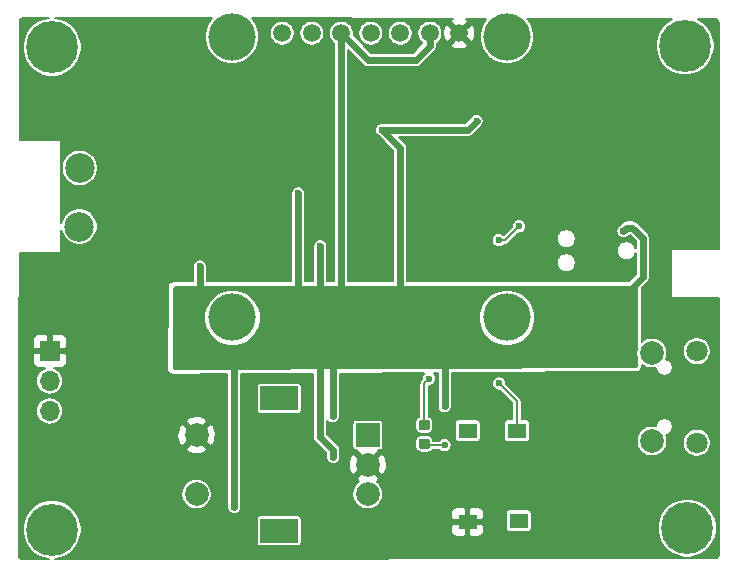
<source format=gbl>
G04 #@! TF.GenerationSoftware,KiCad,Pcbnew,(5.1.2)-1*
G04 #@! TF.CreationDate,2019-08-03T00:37:11-03:00*
G04 #@! TF.ProjectId,Medidor,4d656469-646f-4722-9e6b-696361645f70,rev?*
G04 #@! TF.SameCoordinates,Original*
G04 #@! TF.FileFunction,Copper,L2,Bot*
G04 #@! TF.FilePolarity,Positive*
%FSLAX46Y46*%
G04 Gerber Fmt 4.6, Leading zero omitted, Abs format (unit mm)*
G04 Created by KiCad (PCBNEW (5.1.2)-1) date 2019-08-03 00:37:11*
%MOMM*%
%LPD*%
G04 APERTURE LIST*
%ADD10C,4.400000*%
%ADD11C,4.000000*%
%ADD12C,1.500000*%
%ADD13C,0.100000*%
%ADD14C,0.875000*%
%ADD15C,2.000000*%
%ADD16R,3.200000X2.000000*%
%ADD17R,2.000000X2.000000*%
%ADD18R,1.600000X1.300000*%
%ADD19C,1.800000*%
%ADD20R,1.700000X1.700000*%
%ADD21O,1.700000X1.700000*%
%ADD22C,2.500000*%
%ADD23C,0.600000*%
%ADD24C,0.600000*%
%ADD25C,0.200000*%
%ADD26C,0.254000*%
G04 APERTURE END LIST*
D10*
X140589000Y-132080000D03*
X140398500Y-91249500D03*
X86804500Y-132207000D03*
X86804500Y-91376500D03*
D11*
X125294500Y-90486500D03*
D12*
X121294500Y-90186500D03*
X118794500Y-90186500D03*
X116294500Y-90186500D03*
X113794500Y-90186500D03*
X111294500Y-90186500D03*
X108794500Y-90186500D03*
X106294500Y-90186500D03*
D11*
X102044500Y-90486500D03*
X125294500Y-114236500D03*
X102044500Y-114236500D03*
D13*
G36*
X118590891Y-124506253D02*
G01*
X118612126Y-124509403D01*
X118632950Y-124514619D01*
X118653162Y-124521851D01*
X118672568Y-124531030D01*
X118690981Y-124542066D01*
X118708224Y-124554854D01*
X118724130Y-124569270D01*
X118738546Y-124585176D01*
X118751334Y-124602419D01*
X118762370Y-124620832D01*
X118771549Y-124640238D01*
X118778781Y-124660450D01*
X118783997Y-124681274D01*
X118787147Y-124702509D01*
X118788200Y-124723950D01*
X118788200Y-125161450D01*
X118787147Y-125182891D01*
X118783997Y-125204126D01*
X118778781Y-125224950D01*
X118771549Y-125245162D01*
X118762370Y-125264568D01*
X118751334Y-125282981D01*
X118738546Y-125300224D01*
X118724130Y-125316130D01*
X118708224Y-125330546D01*
X118690981Y-125343334D01*
X118672568Y-125354370D01*
X118653162Y-125363549D01*
X118632950Y-125370781D01*
X118612126Y-125375997D01*
X118590891Y-125379147D01*
X118569450Y-125380200D01*
X118056950Y-125380200D01*
X118035509Y-125379147D01*
X118014274Y-125375997D01*
X117993450Y-125370781D01*
X117973238Y-125363549D01*
X117953832Y-125354370D01*
X117935419Y-125343334D01*
X117918176Y-125330546D01*
X117902270Y-125316130D01*
X117887854Y-125300224D01*
X117875066Y-125282981D01*
X117864030Y-125264568D01*
X117854851Y-125245162D01*
X117847619Y-125224950D01*
X117842403Y-125204126D01*
X117839253Y-125182891D01*
X117838200Y-125161450D01*
X117838200Y-124723950D01*
X117839253Y-124702509D01*
X117842403Y-124681274D01*
X117847619Y-124660450D01*
X117854851Y-124640238D01*
X117864030Y-124620832D01*
X117875066Y-124602419D01*
X117887854Y-124585176D01*
X117902270Y-124569270D01*
X117918176Y-124554854D01*
X117935419Y-124542066D01*
X117953832Y-124531030D01*
X117973238Y-124521851D01*
X117993450Y-124514619D01*
X118014274Y-124509403D01*
X118035509Y-124506253D01*
X118056950Y-124505200D01*
X118569450Y-124505200D01*
X118590891Y-124506253D01*
X118590891Y-124506253D01*
G37*
D14*
X118313200Y-124942700D03*
D13*
G36*
X118590891Y-122931253D02*
G01*
X118612126Y-122934403D01*
X118632950Y-122939619D01*
X118653162Y-122946851D01*
X118672568Y-122956030D01*
X118690981Y-122967066D01*
X118708224Y-122979854D01*
X118724130Y-122994270D01*
X118738546Y-123010176D01*
X118751334Y-123027419D01*
X118762370Y-123045832D01*
X118771549Y-123065238D01*
X118778781Y-123085450D01*
X118783997Y-123106274D01*
X118787147Y-123127509D01*
X118788200Y-123148950D01*
X118788200Y-123586450D01*
X118787147Y-123607891D01*
X118783997Y-123629126D01*
X118778781Y-123649950D01*
X118771549Y-123670162D01*
X118762370Y-123689568D01*
X118751334Y-123707981D01*
X118738546Y-123725224D01*
X118724130Y-123741130D01*
X118708224Y-123755546D01*
X118690981Y-123768334D01*
X118672568Y-123779370D01*
X118653162Y-123788549D01*
X118632950Y-123795781D01*
X118612126Y-123800997D01*
X118590891Y-123804147D01*
X118569450Y-123805200D01*
X118056950Y-123805200D01*
X118035509Y-123804147D01*
X118014274Y-123800997D01*
X117993450Y-123795781D01*
X117973238Y-123788549D01*
X117953832Y-123779370D01*
X117935419Y-123768334D01*
X117918176Y-123755546D01*
X117902270Y-123741130D01*
X117887854Y-123725224D01*
X117875066Y-123707981D01*
X117864030Y-123689568D01*
X117854851Y-123670162D01*
X117847619Y-123649950D01*
X117842403Y-123629126D01*
X117839253Y-123607891D01*
X117838200Y-123586450D01*
X117838200Y-123148950D01*
X117839253Y-123127509D01*
X117842403Y-123106274D01*
X117847619Y-123085450D01*
X117854851Y-123065238D01*
X117864030Y-123045832D01*
X117875066Y-123027419D01*
X117887854Y-123010176D01*
X117902270Y-122994270D01*
X117918176Y-122979854D01*
X117935419Y-122967066D01*
X117953832Y-122956030D01*
X117973238Y-122946851D01*
X117993450Y-122939619D01*
X118014274Y-122934403D01*
X118035509Y-122931253D01*
X118056950Y-122930200D01*
X118569450Y-122930200D01*
X118590891Y-122931253D01*
X118590891Y-122931253D01*
G37*
D14*
X118313200Y-123367700D03*
D15*
X99038000Y-129206000D03*
X99038000Y-124206000D03*
D16*
X106038000Y-132306000D03*
X106038000Y-121106000D03*
D15*
X113538000Y-129206000D03*
X113538000Y-126706000D03*
D17*
X113538000Y-124206000D03*
D18*
X121983500Y-123825000D03*
X126174500Y-123825000D03*
X126301500Y-131445000D03*
X121983500Y-131572000D03*
D15*
X137596000Y-124714000D03*
X137596000Y-117264000D03*
D19*
X141396000Y-124864000D03*
X141396000Y-117114000D03*
D20*
X86614000Y-117094000D03*
D21*
X86614000Y-119634000D03*
X86614000Y-122174000D03*
D22*
X89154000Y-101600000D03*
X89103200Y-106549200D03*
D23*
X116268500Y-108966000D03*
X114744500Y-98361500D03*
X132207000Y-111887000D03*
X133350000Y-111887000D03*
X134556500Y-111887000D03*
X135763000Y-111887000D03*
X135763000Y-112776000D03*
X132207000Y-112839500D03*
X133350000Y-112839500D03*
X134620000Y-112839500D03*
X135763000Y-113728500D03*
X110553500Y-122618500D03*
X110617000Y-126047500D03*
X102235000Y-130302000D03*
X134556500Y-113919000D03*
X133794500Y-113538000D03*
X135255000Y-114363500D03*
X135255000Y-114363500D03*
X132143500Y-113982500D03*
X135128000Y-113474500D03*
X135178800Y-106934000D03*
X109524800Y-108204000D03*
X99314000Y-109931200D03*
X107645200Y-103733600D03*
X120040400Y-121767600D03*
X122745500Y-97599500D03*
X118719600Y-119430800D03*
X126339600Y-106527600D03*
X124612400Y-107696000D03*
X124663200Y-119837200D03*
X120040400Y-125069600D03*
X120205500Y-101663500D03*
X120840500Y-101663500D03*
X118808500Y-101663500D03*
X118173500Y-101663500D03*
X119507000Y-101663500D03*
X121475500Y-101663500D03*
X120840500Y-102298500D03*
X121475500Y-102298500D03*
X119507000Y-102298500D03*
X120205500Y-102298500D03*
X118808500Y-102298500D03*
X118173500Y-102298500D03*
X120205500Y-102933500D03*
X121475500Y-102933500D03*
X119507000Y-102933500D03*
X118808500Y-102933500D03*
X120840500Y-102933500D03*
X118173500Y-102933500D03*
X118808500Y-103568500D03*
X118173500Y-103568500D03*
X120840500Y-103568500D03*
X119507000Y-103568500D03*
X121475500Y-103568500D03*
X120205500Y-103568500D03*
X121475500Y-104203500D03*
X120840500Y-104203500D03*
X119507000Y-104203500D03*
X118173500Y-104203500D03*
X120205500Y-104203500D03*
X118808500Y-104203500D03*
X119507000Y-104838500D03*
X120840500Y-104838500D03*
X120205500Y-104838500D03*
X121475500Y-104838500D03*
X118808500Y-104838500D03*
X118173500Y-104838500D03*
X127952500Y-102616000D03*
X128905000Y-102616000D03*
X129794000Y-102616000D03*
X132524500Y-102616000D03*
X131635500Y-102616000D03*
X130683000Y-102616000D03*
X135255000Y-102616000D03*
X133413500Y-102616000D03*
X134366000Y-102616000D03*
X136144000Y-102616000D03*
X137096500Y-102616000D03*
X137985500Y-102616000D03*
X139827000Y-102616000D03*
X140716000Y-102616000D03*
X138874500Y-102616000D03*
X133413500Y-104902000D03*
X129794000Y-104902000D03*
X134366000Y-104902000D03*
X128905000Y-104902000D03*
X135255000Y-104902000D03*
X132524500Y-104902000D03*
X130683000Y-104902000D03*
X127952500Y-104902000D03*
X131635500Y-104902000D03*
X139827000Y-104902000D03*
X137096500Y-104902000D03*
X137985500Y-104902000D03*
X136144000Y-104902000D03*
X138874500Y-104902000D03*
X127063500Y-102616000D03*
X127063500Y-104902000D03*
X126174500Y-105092500D03*
X126174500Y-102616000D03*
X140525500Y-105600500D03*
X140525500Y-106489500D03*
X140525500Y-107378500D03*
X139827000Y-107950000D03*
X138874500Y-107950000D03*
X138874500Y-108839000D03*
X138874500Y-109728000D03*
X138874500Y-110617000D03*
X138874500Y-111506000D03*
X138874500Y-112395000D03*
X138874500Y-113220500D03*
X139763500Y-113220500D03*
X140716000Y-113220500D03*
X141668500Y-113220500D03*
X142684500Y-113284000D03*
X141541500Y-103060500D03*
X142176500Y-103695500D03*
X143002000Y-104013000D03*
X142811500Y-105981500D03*
X142811500Y-106870500D03*
X128651000Y-89535000D03*
X129921000Y-90297000D03*
X131127500Y-89535000D03*
X132461000Y-90297000D03*
X135890000Y-89535000D03*
X133413500Y-89535000D03*
X134683500Y-90297000D03*
X141935200Y-101346000D03*
X142049500Y-98361500D03*
X142049500Y-99885500D03*
X139598400Y-99872800D03*
X139446000Y-96901000D03*
X140652500Y-97599500D03*
X141986000Y-96901000D03*
X139509500Y-98361500D03*
X141986000Y-95377000D03*
X140652500Y-96139000D03*
X139446000Y-95377000D03*
X140652500Y-94742000D03*
X139446000Y-94043500D03*
X141986000Y-94043500D03*
X131127500Y-91122500D03*
X140716000Y-99123500D03*
X140716000Y-100584000D03*
X128714500Y-91186000D03*
X133502400Y-90982800D03*
X131622800Y-107086400D03*
X133553200Y-99822000D03*
X135940800Y-99415600D03*
X136004300Y-96583500D03*
X133464300Y-96583500D03*
X133400800Y-92265500D03*
X135940800Y-92265500D03*
X135940800Y-95123000D03*
X134670800Y-98806000D03*
X135940800Y-93599000D03*
X133400800Y-93599000D03*
X134607300Y-92964000D03*
X136004300Y-98107500D03*
X133464300Y-98107500D03*
X133400800Y-95123000D03*
X134607300Y-95821500D03*
X131216400Y-98806000D03*
X131102100Y-92405200D03*
X132499100Y-97548700D03*
X131165600Y-96786700D03*
X132334000Y-99415600D03*
X131102100Y-95262700D03*
X129959100Y-96024700D03*
X130048000Y-97840800D03*
X132499100Y-96024700D03*
X132435600Y-94564200D03*
X132435600Y-93040200D03*
X129895600Y-93040200D03*
X131102100Y-93802200D03*
X132435600Y-91706700D03*
X137210800Y-97332800D03*
X137210800Y-95872300D03*
X137147300Y-94348300D03*
X137147300Y-92887800D03*
X138366500Y-93446600D03*
X138430000Y-97891600D03*
X138430000Y-96431100D03*
X138366500Y-94907100D03*
X137248900Y-99682300D03*
X137363200Y-101396800D03*
X138582400Y-100736400D03*
X138442700Y-99021900D03*
X132295900Y-101257100D03*
X129032000Y-98653600D03*
X129032000Y-100698300D03*
X131216400Y-100888800D03*
X130048000Y-100126800D03*
X135940800Y-100380800D03*
X135940800Y-101396800D03*
X133464300Y-101358700D03*
X99314000Y-93573600D03*
X101955600Y-93370400D03*
X100634800Y-92760800D03*
X99314000Y-96012000D03*
X100634800Y-95199200D03*
X101955600Y-95808800D03*
X101955600Y-97942400D03*
X99314000Y-98145600D03*
X100634800Y-97332800D03*
X101955600Y-99872800D03*
X99314000Y-100076000D03*
X100634800Y-99263200D03*
X99314000Y-101955600D03*
X100634800Y-101142800D03*
X101955600Y-101752400D03*
X86410800Y-94538800D03*
X85090000Y-95351600D03*
X86410800Y-96316800D03*
X85090000Y-97129600D03*
X86410800Y-98044000D03*
X85090000Y-98856800D03*
X90017600Y-96367600D03*
X88849200Y-94538800D03*
X88849200Y-96316800D03*
X90017600Y-94589600D03*
X88849200Y-98044000D03*
X90017600Y-97586800D03*
X92506800Y-96469200D03*
X95148400Y-97129600D03*
X93827600Y-95656400D03*
X95148400Y-95351600D03*
X92506800Y-98196400D03*
X93827600Y-93878400D03*
X92506800Y-94691200D03*
X93827600Y-97383600D03*
X93827600Y-92252800D03*
X92506800Y-91287600D03*
X95148400Y-91998800D03*
X93827600Y-90474800D03*
X95148400Y-90220800D03*
X92506800Y-93065600D03*
X95148400Y-93726000D03*
X90017600Y-91186000D03*
X90017600Y-89408000D03*
X90017600Y-92913200D03*
X92506800Y-89611200D03*
X86296500Y-114427000D03*
X86360000Y-110693200D03*
X85039200Y-111506000D03*
X86296500Y-112712500D03*
X85039200Y-113284000D03*
X87426800Y-111963200D03*
X87426800Y-110185200D03*
X88392000Y-111353600D03*
X88392000Y-113080800D03*
X88392000Y-109575600D03*
X87426800Y-113690400D03*
X88392000Y-114960400D03*
X91389200Y-114147600D03*
X91795600Y-120396000D03*
X91186000Y-122682000D03*
X89357200Y-110693200D03*
X89357200Y-112471200D03*
X89357200Y-114198400D03*
X89357200Y-116078000D03*
X91389200Y-110439200D03*
X91389200Y-112217200D03*
X84886800Y-124409200D03*
X93116400Y-112217200D03*
X93116400Y-110439200D03*
X93268800Y-120904000D03*
X93014800Y-122224800D03*
X95605600Y-120396000D03*
X94234000Y-121564400D03*
X94234000Y-119837200D03*
X94691200Y-112115600D03*
X94386400Y-110363000D03*
X93624400Y-109321600D03*
X90424000Y-121615200D03*
X90017600Y-123952000D03*
X90322400Y-114960400D03*
X90322400Y-113080800D03*
X90322400Y-111353600D03*
X90322400Y-109575600D03*
X92252800Y-109575600D03*
X92252800Y-121716800D03*
X92252800Y-113080800D03*
X92252800Y-111353600D03*
X87731600Y-98653600D03*
X87731600Y-95148400D03*
X87731600Y-96926400D03*
X91338400Y-95199200D03*
X91338400Y-96977200D03*
X91338400Y-91795600D03*
X91338400Y-93522800D03*
X91338400Y-90017600D03*
X96570800Y-91338400D03*
X96570800Y-89560400D03*
X96570800Y-93065600D03*
X96570800Y-94691200D03*
X97942400Y-92049600D03*
X97942400Y-93776800D03*
X97942400Y-97180400D03*
X97942400Y-90271600D03*
X97942400Y-95402400D03*
X96570800Y-99110800D03*
X98196400Y-98602800D03*
X96570800Y-102463600D03*
X96570800Y-100838000D03*
X98094800Y-101650800D03*
X98094800Y-99923600D03*
X96570800Y-97078800D03*
X103428800Y-97332800D03*
X103428800Y-92760800D03*
X103428800Y-99263200D03*
X103428800Y-95199200D03*
X103428800Y-101142800D03*
X104800400Y-95707200D03*
X104800400Y-97840800D03*
X104800400Y-93268800D03*
X106172000Y-97129600D03*
X106172000Y-94996000D03*
X106172000Y-92557600D03*
X107543600Y-96418400D03*
X107543600Y-91846400D03*
X107543600Y-94284800D03*
X109220000Y-93522800D03*
X109220000Y-95199200D03*
X109220000Y-91744800D03*
X128625600Y-93040200D03*
X128689100Y-94500700D03*
X134670800Y-101549200D03*
X134772400Y-100177600D03*
X134670800Y-91592400D03*
X134607300Y-94361000D03*
X134670800Y-97345500D03*
X128778000Y-96418400D03*
X139649200Y-101447600D03*
X93014800Y-123291600D03*
X93014800Y-126746000D03*
X93014800Y-124968000D03*
X95504000Y-122021600D03*
X94183200Y-122834400D03*
X96824800Y-123494800D03*
X96824800Y-125120400D03*
X95504000Y-127152400D03*
X96824800Y-126898400D03*
X95504000Y-125425200D03*
X95504000Y-123647200D03*
X94183200Y-124460000D03*
X94183200Y-126238000D03*
X91795600Y-128676400D03*
X92964000Y-131622800D03*
X94284800Y-127406400D03*
X94284800Y-129032000D03*
X95605600Y-130505200D03*
X92964000Y-129844800D03*
X91795600Y-132130800D03*
X94284800Y-132537200D03*
X91795600Y-130352800D03*
X95605600Y-132283200D03*
X94284800Y-130810000D03*
X92964000Y-128219200D03*
X95605600Y-128879600D03*
X98094800Y-130759200D03*
X98094800Y-134162800D03*
X96774000Y-132689600D03*
X98094800Y-132384800D03*
X96774000Y-130911600D03*
X90678000Y-128168400D03*
X90678000Y-131572000D03*
X89357200Y-130098800D03*
X90678000Y-129794000D03*
X89357200Y-128320800D03*
X92913200Y-132892800D03*
X94234000Y-133807200D03*
X93116400Y-134366000D03*
X91795600Y-133451600D03*
X96520000Y-134366000D03*
X91643200Y-126949200D03*
X91643200Y-125171200D03*
X90271600Y-126796800D03*
X84886800Y-125882400D03*
X84886800Y-127457200D03*
X90271600Y-125526800D03*
X91795600Y-123901200D03*
X97485200Y-120904000D03*
X96723200Y-121666000D03*
X120243600Y-126441200D03*
X119532400Y-127508000D03*
X116433600Y-126238000D03*
X118922800Y-128371600D03*
X120243600Y-128066800D03*
X118922800Y-126593600D03*
X117602000Y-127406400D03*
X116433600Y-127914400D03*
X116281200Y-124510800D03*
X118872000Y-129489200D03*
X120192800Y-132588000D03*
X120091200Y-129235200D03*
X116382800Y-130759200D03*
X117551200Y-131927600D03*
X117551200Y-130302000D03*
X118872000Y-132892800D03*
X116382800Y-132435600D03*
X118872000Y-131114800D03*
X116230400Y-129032000D03*
X120192800Y-130962400D03*
X117602000Y-128828800D03*
X117652800Y-132943600D03*
X116484400Y-133451600D03*
X118059200Y-133959600D03*
X120700800Y-134112000D03*
X121920000Y-134061200D03*
X119278400Y-134010400D03*
X122885200Y-134010400D03*
X124104400Y-134061200D03*
X126746000Y-134112000D03*
X125526800Y-134162800D03*
X130454400Y-134264400D03*
X127812800Y-134112000D03*
X131673600Y-134213600D03*
X129032000Y-134162800D03*
X132130800Y-132842000D03*
X129489200Y-132791200D03*
X128270000Y-132740400D03*
X130911600Y-132892800D03*
X129489200Y-131521200D03*
X130911600Y-131622800D03*
X128270000Y-131470400D03*
X132130800Y-131572000D03*
X133400800Y-134061200D03*
X136499600Y-131470400D03*
X135280400Y-132791200D03*
X134975600Y-131572000D03*
X136194800Y-130251200D03*
X133096000Y-132842000D03*
X137617200Y-130657600D03*
X139496800Y-129387600D03*
X140716000Y-128066800D03*
X138988800Y-128066800D03*
X137109200Y-129336800D03*
X140208000Y-126746000D03*
X139446000Y-105867200D03*
X139446000Y-106832400D03*
X138531600Y-106781600D03*
X138531600Y-105816400D03*
X137414000Y-105765600D03*
X137515600Y-106680000D03*
X137871200Y-107899200D03*
X137871200Y-108966000D03*
X137871200Y-110185200D03*
X137871200Y-113385600D03*
X137871200Y-111099600D03*
X137871200Y-112166400D03*
X137007600Y-112826800D03*
X137007600Y-113893600D03*
X137007600Y-114960400D03*
X138023600Y-114960400D03*
X137972800Y-114198400D03*
X139192000Y-114198400D03*
X139192000Y-115062000D03*
X140360400Y-115062000D03*
X140360400Y-114147600D03*
X141681200Y-114198400D03*
X141681200Y-115062000D03*
X142646400Y-114604800D03*
X123850400Y-121920000D03*
X116027200Y-121818400D03*
X117195600Y-122986800D03*
X117195600Y-121361200D03*
X116027200Y-123494800D03*
X121615200Y-121970800D03*
X115874800Y-120091200D03*
X117246400Y-119888000D03*
X128066800Y-119481600D03*
X128066800Y-120751600D03*
X128066800Y-123850400D03*
X128066800Y-122580400D03*
X128066800Y-126238000D03*
X128066800Y-124968000D03*
X122377200Y-125831600D03*
X122377200Y-127101600D03*
X124053600Y-125780800D03*
X124053600Y-127050800D03*
X125831600Y-127050800D03*
X125831600Y-125780800D03*
X122326400Y-129743200D03*
X122326400Y-128473200D03*
X124053600Y-129743200D03*
X124053600Y-128473200D03*
X125730000Y-129895600D03*
X125730000Y-128625600D03*
X85902800Y-125120400D03*
X85902800Y-128168400D03*
X85902800Y-126593600D03*
X87020400Y-127508000D03*
X87020400Y-125933200D03*
X87020400Y-124460000D03*
X88290400Y-126441200D03*
X88290400Y-124968000D03*
X88290400Y-128016000D03*
X84886800Y-128676400D03*
X85902800Y-129387600D03*
X87020400Y-128727200D03*
X88290400Y-129235200D03*
X89357200Y-126085600D03*
X92659200Y-119075200D03*
X93675200Y-118008400D03*
X95554800Y-119024400D03*
X95300800Y-111252000D03*
X96875600Y-111099600D03*
X93662500Y-111252000D03*
X93218000Y-113893600D03*
X93218000Y-115824000D03*
X91186000Y-115874800D03*
X91186000Y-117754400D03*
X92151200Y-116636800D03*
X94945200Y-113893600D03*
X92151200Y-114757200D03*
X90220800Y-116636800D03*
X94081600Y-114757200D03*
X94081600Y-113030000D03*
X96316800Y-112064800D03*
X96113600Y-110439200D03*
X95656400Y-113030000D03*
X94792800Y-117043200D03*
X95859600Y-115976400D03*
X96266000Y-118160800D03*
X99720400Y-134112000D03*
X100939600Y-134162800D03*
X103581200Y-134213600D03*
X104546400Y-134162800D03*
X105765600Y-134213600D03*
X102362000Y-134264400D03*
X113284000Y-134315200D03*
X108458000Y-134264400D03*
X107238800Y-134213600D03*
X111099600Y-134315200D03*
X112064800Y-134264400D03*
X109880400Y-134366000D03*
X114858800Y-134264400D03*
X116230400Y-134366000D03*
X117246400Y-134264400D03*
X108051600Y-99212400D03*
X106984800Y-100228400D03*
X105714800Y-101295200D03*
X106832400Y-101854000D03*
X108305600Y-100990400D03*
X120192800Y-91871800D03*
X121399300Y-92633800D03*
X123634500Y-92633800D03*
X122428000Y-91871800D03*
X120091200Y-93395800D03*
X121297700Y-94157800D03*
X122478800Y-93345000D03*
X123685300Y-94107000D03*
X125018800Y-93294200D03*
X126225300Y-94056200D03*
X119888000Y-94869000D03*
X121094500Y-95631000D03*
X122123200Y-94869000D03*
X123088400Y-95707200D03*
X122123200Y-96316800D03*
X121094500Y-96748600D03*
X113030000Y-119380000D03*
X95148400Y-134264400D03*
X95859600Y-133654800D03*
X95453200Y-109880400D03*
X94691200Y-109220000D03*
X86664800Y-109169200D03*
X85699600Y-109778800D03*
X89865200Y-98856800D03*
X91033600Y-98399600D03*
X93878400Y-98755200D03*
X95046800Y-98298000D03*
D24*
X116268500Y-108966000D02*
X116268500Y-99885500D01*
X116268500Y-99885500D02*
X114744500Y-98361500D01*
X114744500Y-98361500D02*
X121983500Y-98361500D01*
X121983500Y-98361500D02*
X122745500Y-97599500D01*
X110553500Y-122052815D02*
X110591600Y-122014715D01*
X110553500Y-122618500D02*
X110553500Y-122052815D01*
X110591600Y-122014715D02*
X110591600Y-117957600D01*
X110617000Y-125481815D02*
X109474000Y-124338815D01*
X110617000Y-126047500D02*
X110617000Y-125481815D01*
X109474000Y-124338815D02*
X109474000Y-118059200D01*
X102235000Y-130302000D02*
X102235000Y-118186200D01*
X135478799Y-106634001D02*
X135945601Y-106634001D01*
X135178800Y-106934000D02*
X135478799Y-106634001D01*
X135945601Y-106634001D02*
X136804400Y-107492800D01*
X136804400Y-110845600D02*
X135763000Y-111887000D01*
X136804400Y-107492800D02*
X136804400Y-110845600D01*
X111294500Y-91247160D02*
X111302800Y-91255460D01*
X111294500Y-90186500D02*
X111294500Y-91247160D01*
X111302800Y-91255460D02*
X111302800Y-112826800D01*
X118794500Y-91247160D02*
X117585660Y-92456000D01*
X118794500Y-90186500D02*
X118794500Y-91247160D01*
X113564000Y-92456000D02*
X111294500Y-90186500D01*
X117585660Y-92456000D02*
X113564000Y-92456000D01*
X109524800Y-108204000D02*
X109524800Y-112217200D01*
X99314000Y-109931200D02*
X99314000Y-112166400D01*
X107645200Y-103733600D02*
X107645200Y-111963200D01*
X116268500Y-108966000D02*
X116268500Y-109390264D01*
X116268500Y-108966000D02*
X116268500Y-112395000D01*
X116268500Y-112395000D02*
X115697000Y-112966500D01*
X120040400Y-121767600D02*
X120040400Y-121343336D01*
X120040400Y-121343336D02*
X120040400Y-117449600D01*
D25*
X118744900Y-119456100D02*
X118719600Y-119430800D01*
X118313200Y-119837200D02*
X118719600Y-119430800D01*
X118313200Y-123367700D02*
X118313200Y-119837200D01*
X126339600Y-106527600D02*
X126039601Y-106827599D01*
X126039601Y-106827599D02*
X125171200Y-107696000D01*
X125171200Y-107696000D02*
X124612400Y-107696000D01*
X126174500Y-123825000D02*
X126174500Y-121348500D01*
X126174500Y-121348500D02*
X124663200Y-119837200D01*
X118440100Y-125069600D02*
X118313200Y-124942700D01*
X120040400Y-125069600D02*
X118440100Y-125069600D01*
D26*
G36*
X136207500Y-116929897D02*
G01*
X136169000Y-117123453D01*
X136169000Y-117404547D01*
X136207500Y-117598103D01*
X136207500Y-118364613D01*
X97092645Y-118553878D01*
X97133326Y-113997461D01*
X99617500Y-113997461D01*
X99617500Y-114475539D01*
X99710768Y-114944430D01*
X99893721Y-115386115D01*
X100159326Y-115783622D01*
X100497378Y-116121674D01*
X100894885Y-116387279D01*
X101336570Y-116570232D01*
X101805461Y-116663500D01*
X102283539Y-116663500D01*
X102752430Y-116570232D01*
X103194115Y-116387279D01*
X103591622Y-116121674D01*
X103929674Y-115783622D01*
X104195279Y-115386115D01*
X104378232Y-114944430D01*
X104471500Y-114475539D01*
X104471500Y-113997461D01*
X122867500Y-113997461D01*
X122867500Y-114475539D01*
X122960768Y-114944430D01*
X123143721Y-115386115D01*
X123409326Y-115783622D01*
X123747378Y-116121674D01*
X124144885Y-116387279D01*
X124586570Y-116570232D01*
X125055461Y-116663500D01*
X125533539Y-116663500D01*
X126002430Y-116570232D01*
X126444115Y-116387279D01*
X126841622Y-116121674D01*
X127179674Y-115783622D01*
X127445279Y-115386115D01*
X127628232Y-114944430D01*
X127721500Y-114475539D01*
X127721500Y-113997461D01*
X127628232Y-113528570D01*
X127445279Y-113086885D01*
X127179674Y-112689378D01*
X126841622Y-112351326D01*
X126444115Y-112085721D01*
X126002430Y-111902768D01*
X125533539Y-111809500D01*
X125055461Y-111809500D01*
X124586570Y-111902768D01*
X124144885Y-112085721D01*
X123747378Y-112351326D01*
X123409326Y-112689378D01*
X123143721Y-113086885D01*
X122960768Y-113528570D01*
X122867500Y-113997461D01*
X104471500Y-113997461D01*
X104378232Y-113528570D01*
X104195279Y-113086885D01*
X103929674Y-112689378D01*
X103591622Y-112351326D01*
X103194115Y-112085721D01*
X102752430Y-111902768D01*
X102283539Y-111809500D01*
X101805461Y-111809500D01*
X101336570Y-111902768D01*
X100894885Y-112085721D01*
X100497378Y-112351326D01*
X100159326Y-112689378D01*
X99893721Y-113086885D01*
X99710768Y-113528570D01*
X99617500Y-113997461D01*
X97133326Y-113997461D01*
X97153201Y-111771513D01*
X97219964Y-111743859D01*
X97290842Y-111696500D01*
X136207500Y-111696500D01*
X136207500Y-116929897D01*
X136207500Y-116929897D01*
G37*
X136207500Y-116929897D02*
X136169000Y-117123453D01*
X136169000Y-117404547D01*
X136207500Y-117598103D01*
X136207500Y-118364613D01*
X97092645Y-118553878D01*
X97133326Y-113997461D01*
X99617500Y-113997461D01*
X99617500Y-114475539D01*
X99710768Y-114944430D01*
X99893721Y-115386115D01*
X100159326Y-115783622D01*
X100497378Y-116121674D01*
X100894885Y-116387279D01*
X101336570Y-116570232D01*
X101805461Y-116663500D01*
X102283539Y-116663500D01*
X102752430Y-116570232D01*
X103194115Y-116387279D01*
X103591622Y-116121674D01*
X103929674Y-115783622D01*
X104195279Y-115386115D01*
X104378232Y-114944430D01*
X104471500Y-114475539D01*
X104471500Y-113997461D01*
X122867500Y-113997461D01*
X122867500Y-114475539D01*
X122960768Y-114944430D01*
X123143721Y-115386115D01*
X123409326Y-115783622D01*
X123747378Y-116121674D01*
X124144885Y-116387279D01*
X124586570Y-116570232D01*
X125055461Y-116663500D01*
X125533539Y-116663500D01*
X126002430Y-116570232D01*
X126444115Y-116387279D01*
X126841622Y-116121674D01*
X127179674Y-115783622D01*
X127445279Y-115386115D01*
X127628232Y-114944430D01*
X127721500Y-114475539D01*
X127721500Y-113997461D01*
X127628232Y-113528570D01*
X127445279Y-113086885D01*
X127179674Y-112689378D01*
X126841622Y-112351326D01*
X126444115Y-112085721D01*
X126002430Y-111902768D01*
X125533539Y-111809500D01*
X125055461Y-111809500D01*
X124586570Y-111902768D01*
X124144885Y-112085721D01*
X123747378Y-112351326D01*
X123409326Y-112689378D01*
X123143721Y-113086885D01*
X122960768Y-113528570D01*
X122867500Y-113997461D01*
X104471500Y-113997461D01*
X104378232Y-113528570D01*
X104195279Y-113086885D01*
X103929674Y-112689378D01*
X103591622Y-112351326D01*
X103194115Y-112085721D01*
X102752430Y-111902768D01*
X102283539Y-111809500D01*
X101805461Y-111809500D01*
X101336570Y-111902768D01*
X100894885Y-112085721D01*
X100497378Y-112351326D01*
X100159326Y-112689378D01*
X99893721Y-113086885D01*
X99710768Y-113528570D01*
X99617500Y-113997461D01*
X97133326Y-113997461D01*
X97153201Y-111771513D01*
X97219964Y-111743859D01*
X97290842Y-111696500D01*
X136207500Y-111696500D01*
X136207500Y-116929897D01*
D25*
G36*
X86548571Y-88878430D02*
G01*
X86075277Y-88972574D01*
X85620306Y-89161029D01*
X85210843Y-89434624D01*
X84862624Y-89782843D01*
X84589029Y-90192306D01*
X84400574Y-90647277D01*
X84304500Y-91130272D01*
X84304500Y-91622728D01*
X84400574Y-92105723D01*
X84589029Y-92560694D01*
X84862624Y-92970157D01*
X85210843Y-93318376D01*
X85620306Y-93591971D01*
X86075277Y-93780426D01*
X86558272Y-93876500D01*
X87050728Y-93876500D01*
X87533723Y-93780426D01*
X87988694Y-93591971D01*
X88398157Y-93318376D01*
X88746376Y-92970157D01*
X89019971Y-92560694D01*
X89208426Y-92105723D01*
X89304500Y-91622728D01*
X89304500Y-91130272D01*
X89208426Y-90647277D01*
X89019971Y-90192306D01*
X88746376Y-89782843D01*
X88398157Y-89434624D01*
X87988694Y-89161029D01*
X87533723Y-88972574D01*
X87065993Y-88879536D01*
X100370313Y-88907995D01*
X100257973Y-89020335D01*
X100006266Y-89397041D01*
X99832887Y-89815615D01*
X99744500Y-90259970D01*
X99744500Y-90713030D01*
X99832887Y-91157385D01*
X100006266Y-91575959D01*
X100257973Y-91952665D01*
X100578335Y-92273027D01*
X100955041Y-92524734D01*
X101373615Y-92698113D01*
X101817970Y-92786500D01*
X102271030Y-92786500D01*
X102715385Y-92698113D01*
X103133959Y-92524734D01*
X103510665Y-92273027D01*
X103831027Y-91952665D01*
X104082734Y-91575959D01*
X104256113Y-91157385D01*
X104344500Y-90713030D01*
X104344500Y-90259970D01*
X104309316Y-90083084D01*
X105244500Y-90083084D01*
X105244500Y-90289916D01*
X105284850Y-90492774D01*
X105364002Y-90683862D01*
X105478911Y-90855836D01*
X105625164Y-91002089D01*
X105797138Y-91116998D01*
X105988226Y-91196150D01*
X106191084Y-91236500D01*
X106397916Y-91236500D01*
X106600774Y-91196150D01*
X106791862Y-91116998D01*
X106963836Y-91002089D01*
X107110089Y-90855836D01*
X107224998Y-90683862D01*
X107304150Y-90492774D01*
X107344500Y-90289916D01*
X107344500Y-90083084D01*
X107744500Y-90083084D01*
X107744500Y-90289916D01*
X107784850Y-90492774D01*
X107864002Y-90683862D01*
X107978911Y-90855836D01*
X108125164Y-91002089D01*
X108297138Y-91116998D01*
X108488226Y-91196150D01*
X108691084Y-91236500D01*
X108897916Y-91236500D01*
X109100774Y-91196150D01*
X109291862Y-91116998D01*
X109463836Y-91002089D01*
X109610089Y-90855836D01*
X109724998Y-90683862D01*
X109804150Y-90492774D01*
X109844500Y-90289916D01*
X109844500Y-90083084D01*
X109804150Y-89880226D01*
X109724998Y-89689138D01*
X109610089Y-89517164D01*
X109463836Y-89370911D01*
X109291862Y-89256002D01*
X109100774Y-89176850D01*
X108897916Y-89136500D01*
X108691084Y-89136500D01*
X108488226Y-89176850D01*
X108297138Y-89256002D01*
X108125164Y-89370911D01*
X107978911Y-89517164D01*
X107864002Y-89689138D01*
X107784850Y-89880226D01*
X107744500Y-90083084D01*
X107344500Y-90083084D01*
X107304150Y-89880226D01*
X107224998Y-89689138D01*
X107110089Y-89517164D01*
X106963836Y-89370911D01*
X106791862Y-89256002D01*
X106600774Y-89176850D01*
X106397916Y-89136500D01*
X106191084Y-89136500D01*
X105988226Y-89176850D01*
X105797138Y-89256002D01*
X105625164Y-89370911D01*
X105478911Y-89517164D01*
X105364002Y-89689138D01*
X105284850Y-89880226D01*
X105244500Y-90083084D01*
X104309316Y-90083084D01*
X104256113Y-89815615D01*
X104082734Y-89397041D01*
X103831027Y-89020335D01*
X103725864Y-88915172D01*
X120722770Y-88951529D01*
X120680736Y-88967753D01*
X120622138Y-88999073D01*
X120552920Y-89227131D01*
X121294500Y-89968711D01*
X122036080Y-89227131D01*
X121966862Y-88999073D01*
X121865063Y-88953973D01*
X123570687Y-88957621D01*
X123507973Y-89020335D01*
X123256266Y-89397041D01*
X123082887Y-89815615D01*
X122994500Y-90259970D01*
X122994500Y-90713030D01*
X123082887Y-91157385D01*
X123256266Y-91575959D01*
X123507973Y-91952665D01*
X123828335Y-92273027D01*
X124205041Y-92524734D01*
X124623615Y-92698113D01*
X125067970Y-92786500D01*
X125521030Y-92786500D01*
X125965385Y-92698113D01*
X126383959Y-92524734D01*
X126760665Y-92273027D01*
X127081027Y-91952665D01*
X127332734Y-91575959D01*
X127506113Y-91157385D01*
X127594500Y-90713030D01*
X127594500Y-90259970D01*
X127506113Y-89815615D01*
X127332734Y-89397041D01*
X127081027Y-89020335D01*
X127025703Y-88965011D01*
X139317454Y-88991304D01*
X139214306Y-89034029D01*
X138804843Y-89307624D01*
X138456624Y-89655843D01*
X138183029Y-90065306D01*
X137994574Y-90520277D01*
X137898500Y-91003272D01*
X137898500Y-91495728D01*
X137994574Y-91978723D01*
X138183029Y-92433694D01*
X138456624Y-92843157D01*
X138804843Y-93191376D01*
X139214306Y-93464971D01*
X139669277Y-93653426D01*
X140152272Y-93749500D01*
X140644728Y-93749500D01*
X141127723Y-93653426D01*
X141582694Y-93464971D01*
X141992157Y-93191376D01*
X142340376Y-92843157D01*
X142613971Y-92433694D01*
X142802426Y-91978723D01*
X142898500Y-91495728D01*
X142898500Y-91003272D01*
X142802426Y-90520277D01*
X142613971Y-90065306D01*
X142340376Y-89655843D01*
X141992157Y-89307624D01*
X141582694Y-89034029D01*
X141490770Y-88995953D01*
X143067634Y-88999326D01*
X143159053Y-89134483D01*
X143232886Y-89309494D01*
X143272091Y-89499248D01*
X143277001Y-89667278D01*
X143277001Y-108421500D01*
X139319000Y-108421500D01*
X139299491Y-108423421D01*
X139280732Y-108429112D01*
X139263443Y-108438353D01*
X139248289Y-108450789D01*
X139235853Y-108465943D01*
X139226612Y-108483232D01*
X139220921Y-108501991D01*
X139219000Y-108521500D01*
X139219000Y-112522000D01*
X139220921Y-112541509D01*
X139226612Y-112560268D01*
X139235853Y-112577557D01*
X139248289Y-112592711D01*
X139263443Y-112605147D01*
X139280732Y-112614388D01*
X139299491Y-112620079D01*
X139319000Y-112622000D01*
X143277000Y-112622000D01*
X143277000Y-133939175D01*
X143277022Y-133939403D01*
X143277290Y-134147213D01*
X143240634Y-134333595D01*
X143168476Y-134509307D01*
X143118857Y-134584198D01*
X87067261Y-134703711D01*
X87533723Y-134610926D01*
X87988694Y-134422471D01*
X88398157Y-134148876D01*
X88746376Y-133800657D01*
X89019971Y-133391194D01*
X89208426Y-132936223D01*
X89304500Y-132453228D01*
X89304500Y-131960772D01*
X89208426Y-131477777D01*
X89137274Y-131306000D01*
X104136549Y-131306000D01*
X104136549Y-133306000D01*
X104142341Y-133364810D01*
X104159496Y-133421360D01*
X104187353Y-133473477D01*
X104224842Y-133519158D01*
X104270523Y-133556647D01*
X104322640Y-133584504D01*
X104379190Y-133601659D01*
X104438000Y-133607451D01*
X107638000Y-133607451D01*
X107696810Y-133601659D01*
X107753360Y-133584504D01*
X107805477Y-133556647D01*
X107851158Y-133519158D01*
X107888647Y-133473477D01*
X107916504Y-133421360D01*
X107933659Y-133364810D01*
X107939451Y-133306000D01*
X107939451Y-132222000D01*
X120572558Y-132222000D01*
X120584297Y-132341189D01*
X120619063Y-132455797D01*
X120675520Y-132561421D01*
X120751499Y-132654001D01*
X120844079Y-132729980D01*
X120949703Y-132786437D01*
X121064311Y-132821203D01*
X121183500Y-132832942D01*
X121677500Y-132830000D01*
X121829500Y-132678000D01*
X121829500Y-131726000D01*
X122137500Y-131726000D01*
X122137500Y-132678000D01*
X122289500Y-132830000D01*
X122783500Y-132832942D01*
X122902689Y-132821203D01*
X123017297Y-132786437D01*
X123122921Y-132729980D01*
X123215501Y-132654001D01*
X123291480Y-132561421D01*
X123347937Y-132455797D01*
X123382703Y-132341189D01*
X123394442Y-132222000D01*
X123391500Y-131878000D01*
X123239500Y-131726000D01*
X122137500Y-131726000D01*
X121829500Y-131726000D01*
X120727500Y-131726000D01*
X120575500Y-131878000D01*
X120572558Y-132222000D01*
X107939451Y-132222000D01*
X107939451Y-131306000D01*
X107933659Y-131247190D01*
X107916504Y-131190640D01*
X107888647Y-131138523D01*
X107851158Y-131092842D01*
X107805477Y-131055353D01*
X107753360Y-131027496D01*
X107696810Y-131010341D01*
X107638000Y-131004549D01*
X104438000Y-131004549D01*
X104379190Y-131010341D01*
X104322640Y-131027496D01*
X104270523Y-131055353D01*
X104224842Y-131092842D01*
X104187353Y-131138523D01*
X104159496Y-131190640D01*
X104142341Y-131247190D01*
X104136549Y-131306000D01*
X89137274Y-131306000D01*
X89019971Y-131022806D01*
X88952615Y-130922000D01*
X120572558Y-130922000D01*
X120575500Y-131266000D01*
X120727500Y-131418000D01*
X121829500Y-131418000D01*
X121829500Y-130466000D01*
X122137500Y-130466000D01*
X122137500Y-131418000D01*
X123239500Y-131418000D01*
X123391500Y-131266000D01*
X123394442Y-130922000D01*
X123382703Y-130802811D01*
X123380334Y-130795000D01*
X125200049Y-130795000D01*
X125200049Y-132095000D01*
X125205841Y-132153810D01*
X125222996Y-132210360D01*
X125250853Y-132262477D01*
X125288342Y-132308158D01*
X125334023Y-132345647D01*
X125386140Y-132373504D01*
X125442690Y-132390659D01*
X125501500Y-132396451D01*
X127101500Y-132396451D01*
X127160310Y-132390659D01*
X127216860Y-132373504D01*
X127268977Y-132345647D01*
X127314658Y-132308158D01*
X127352147Y-132262477D01*
X127380004Y-132210360D01*
X127397159Y-132153810D01*
X127402951Y-132095000D01*
X127402951Y-131833772D01*
X138089000Y-131833772D01*
X138089000Y-132326228D01*
X138185074Y-132809223D01*
X138373529Y-133264194D01*
X138647124Y-133673657D01*
X138995343Y-134021876D01*
X139404806Y-134295471D01*
X139859777Y-134483926D01*
X140342772Y-134580000D01*
X140835228Y-134580000D01*
X141318223Y-134483926D01*
X141773194Y-134295471D01*
X142182657Y-134021876D01*
X142530876Y-133673657D01*
X142804471Y-133264194D01*
X142992926Y-132809223D01*
X143089000Y-132326228D01*
X143089000Y-131833772D01*
X142992926Y-131350777D01*
X142804471Y-130895806D01*
X142530876Y-130486343D01*
X142182657Y-130138124D01*
X141773194Y-129864529D01*
X141318223Y-129676074D01*
X140835228Y-129580000D01*
X140342772Y-129580000D01*
X139859777Y-129676074D01*
X139404806Y-129864529D01*
X138995343Y-130138124D01*
X138647124Y-130486343D01*
X138373529Y-130895806D01*
X138185074Y-131350777D01*
X138089000Y-131833772D01*
X127402951Y-131833772D01*
X127402951Y-130795000D01*
X127397159Y-130736190D01*
X127380004Y-130679640D01*
X127352147Y-130627523D01*
X127314658Y-130581842D01*
X127268977Y-130544353D01*
X127216860Y-130516496D01*
X127160310Y-130499341D01*
X127101500Y-130493549D01*
X125501500Y-130493549D01*
X125442690Y-130499341D01*
X125386140Y-130516496D01*
X125334023Y-130544353D01*
X125288342Y-130581842D01*
X125250853Y-130627523D01*
X125222996Y-130679640D01*
X125205841Y-130736190D01*
X125200049Y-130795000D01*
X123380334Y-130795000D01*
X123347937Y-130688203D01*
X123291480Y-130582579D01*
X123215501Y-130489999D01*
X123122921Y-130414020D01*
X123017297Y-130357563D01*
X122902689Y-130322797D01*
X122783500Y-130311058D01*
X122289500Y-130314000D01*
X122137500Y-130466000D01*
X121829500Y-130466000D01*
X121677500Y-130314000D01*
X121183500Y-130311058D01*
X121064311Y-130322797D01*
X120949703Y-130357563D01*
X120844079Y-130414020D01*
X120751499Y-130489999D01*
X120675520Y-130582579D01*
X120619063Y-130688203D01*
X120584297Y-130802811D01*
X120572558Y-130922000D01*
X88952615Y-130922000D01*
X88746376Y-130613343D01*
X88398157Y-130265124D01*
X87988694Y-129991529D01*
X87533723Y-129803074D01*
X87050728Y-129707000D01*
X86558272Y-129707000D01*
X86075277Y-129803074D01*
X85620306Y-129991529D01*
X85210843Y-130265124D01*
X84862624Y-130613343D01*
X84589029Y-131022806D01*
X84400574Y-131477777D01*
X84304500Y-131960772D01*
X84304500Y-132453228D01*
X84400574Y-132936223D01*
X84589029Y-133391194D01*
X84862624Y-133800657D01*
X85210843Y-134148876D01*
X85620306Y-134422471D01*
X86075277Y-134610926D01*
X86547313Y-134704820D01*
X84190741Y-134709845D01*
X84150369Y-134669857D01*
X84043947Y-134512517D01*
X83984710Y-134372104D01*
X83999313Y-129077961D01*
X97738000Y-129077961D01*
X97738000Y-129334039D01*
X97787958Y-129585196D01*
X97885955Y-129821781D01*
X98028224Y-130034702D01*
X98209298Y-130215776D01*
X98422219Y-130358045D01*
X98658804Y-130456042D01*
X98909961Y-130506000D01*
X99166039Y-130506000D01*
X99417196Y-130456042D01*
X99653781Y-130358045D01*
X99866702Y-130215776D01*
X100047776Y-130034702D01*
X100190045Y-129821781D01*
X100288042Y-129585196D01*
X100338000Y-129334039D01*
X100338000Y-129077961D01*
X100288042Y-128826804D01*
X100190045Y-128590219D01*
X100047776Y-128377298D01*
X99866702Y-128196224D01*
X99653781Y-128053955D01*
X99417196Y-127955958D01*
X99166039Y-127906000D01*
X98909961Y-127906000D01*
X98658804Y-127955958D01*
X98422219Y-128053955D01*
X98209298Y-128196224D01*
X98028224Y-128377298D01*
X97885955Y-128590219D01*
X97787958Y-128826804D01*
X97738000Y-129077961D01*
X83999313Y-129077961D01*
X84009613Y-125344199D01*
X98117590Y-125344199D01*
X98217181Y-125597762D01*
X98504472Y-125731154D01*
X98812265Y-125805934D01*
X99128735Y-125819230D01*
X99441716Y-125770531D01*
X99739184Y-125661708D01*
X99858819Y-125597762D01*
X99958410Y-125344199D01*
X99038000Y-124423789D01*
X98117590Y-125344199D01*
X84009613Y-125344199D01*
X84012503Y-124296735D01*
X97424770Y-124296735D01*
X97473469Y-124609716D01*
X97582292Y-124907184D01*
X97646238Y-125026819D01*
X97899801Y-125126410D01*
X98820211Y-124206000D01*
X99255789Y-124206000D01*
X100176199Y-125126410D01*
X100429762Y-125026819D01*
X100563154Y-124739528D01*
X100637934Y-124431735D01*
X100651230Y-124115265D01*
X100602531Y-123802284D01*
X100493708Y-123504816D01*
X100429762Y-123385181D01*
X100176199Y-123285590D01*
X99255789Y-124206000D01*
X98820211Y-124206000D01*
X97899801Y-123285590D01*
X97646238Y-123385181D01*
X97512846Y-123672472D01*
X97438066Y-123980265D01*
X97424770Y-124296735D01*
X84012503Y-124296735D01*
X84018359Y-122174000D01*
X85458436Y-122174000D01*
X85480640Y-122399439D01*
X85546398Y-122616215D01*
X85653184Y-122815997D01*
X85796893Y-122991107D01*
X85972003Y-123134816D01*
X86171785Y-123241602D01*
X86388561Y-123307360D01*
X86557508Y-123324000D01*
X86670492Y-123324000D01*
X86839439Y-123307360D01*
X87056215Y-123241602D01*
X87255997Y-123134816D01*
X87337655Y-123067801D01*
X98117590Y-123067801D01*
X99038000Y-123988211D01*
X99958410Y-123067801D01*
X99858819Y-122814238D01*
X99571528Y-122680846D01*
X99263735Y-122606066D01*
X98947265Y-122592770D01*
X98634284Y-122641469D01*
X98336816Y-122750292D01*
X98217181Y-122814238D01*
X98117590Y-123067801D01*
X87337655Y-123067801D01*
X87431107Y-122991107D01*
X87574816Y-122815997D01*
X87681602Y-122616215D01*
X87747360Y-122399439D01*
X87769564Y-122174000D01*
X87747360Y-121948561D01*
X87681602Y-121731785D01*
X87574816Y-121532003D01*
X87431107Y-121356893D01*
X87255997Y-121213184D01*
X87056215Y-121106398D01*
X86839439Y-121040640D01*
X86670492Y-121024000D01*
X86557508Y-121024000D01*
X86388561Y-121040640D01*
X86171785Y-121106398D01*
X85972003Y-121213184D01*
X85796893Y-121356893D01*
X85653184Y-121532003D01*
X85546398Y-121731785D01*
X85480640Y-121948561D01*
X85458436Y-122174000D01*
X84018359Y-122174000D01*
X84030028Y-117944000D01*
X85153058Y-117944000D01*
X85164797Y-118063189D01*
X85199563Y-118177797D01*
X85256020Y-118283421D01*
X85331999Y-118376001D01*
X85424579Y-118451980D01*
X85530203Y-118508437D01*
X85644811Y-118543203D01*
X85764000Y-118554942D01*
X86217638Y-118552489D01*
X86171785Y-118566398D01*
X85972003Y-118673184D01*
X85796893Y-118816893D01*
X85653184Y-118992003D01*
X85546398Y-119191785D01*
X85480640Y-119408561D01*
X85458436Y-119634000D01*
X85480640Y-119859439D01*
X85546398Y-120076215D01*
X85653184Y-120275997D01*
X85796893Y-120451107D01*
X85972003Y-120594816D01*
X86171785Y-120701602D01*
X86388561Y-120767360D01*
X86557508Y-120784000D01*
X86670492Y-120784000D01*
X86839439Y-120767360D01*
X87056215Y-120701602D01*
X87255997Y-120594816D01*
X87431107Y-120451107D01*
X87574816Y-120275997D01*
X87681602Y-120076215D01*
X87747360Y-119859439D01*
X87769564Y-119634000D01*
X87747360Y-119408561D01*
X87681602Y-119191785D01*
X87574816Y-118992003D01*
X87431107Y-118816893D01*
X87261779Y-118677929D01*
X96564516Y-118677929D01*
X96572568Y-118761433D01*
X96595693Y-118836360D01*
X96632991Y-118905335D01*
X96683029Y-118965708D01*
X96743884Y-119015159D01*
X96813217Y-119051788D01*
X96888363Y-119074187D01*
X96966435Y-119081495D01*
X101635001Y-119058905D01*
X101635000Y-130242905D01*
X101635000Y-130361095D01*
X101640779Y-130390149D01*
X101643682Y-130419620D01*
X101652279Y-130447960D01*
X101658058Y-130477014D01*
X101669393Y-130504380D01*
X101677990Y-130532720D01*
X101691951Y-130558839D01*
X101703287Y-130586207D01*
X101719744Y-130610836D01*
X101733704Y-130636954D01*
X101752494Y-130659849D01*
X101768950Y-130684478D01*
X101789892Y-130705420D01*
X101808683Y-130728317D01*
X101831581Y-130747109D01*
X101852522Y-130768050D01*
X101877147Y-130784504D01*
X101900045Y-130803296D01*
X101926168Y-130817259D01*
X101950793Y-130833713D01*
X101978156Y-130845047D01*
X102004279Y-130859010D01*
X102032623Y-130867608D01*
X102059986Y-130878942D01*
X102089037Y-130884721D01*
X102117379Y-130893318D01*
X102146852Y-130896221D01*
X102175905Y-130902000D01*
X102205526Y-130902000D01*
X102235000Y-130904903D01*
X102264474Y-130902000D01*
X102294095Y-130902000D01*
X102323149Y-130896221D01*
X102352620Y-130893318D01*
X102380960Y-130884721D01*
X102410014Y-130878942D01*
X102437380Y-130867607D01*
X102465720Y-130859010D01*
X102491839Y-130845049D01*
X102519207Y-130833713D01*
X102543836Y-130817256D01*
X102569954Y-130803296D01*
X102592849Y-130784506D01*
X102617478Y-130768050D01*
X102638420Y-130747108D01*
X102661317Y-130728317D01*
X102680109Y-130705419D01*
X102701050Y-130684478D01*
X102717504Y-130659853D01*
X102736296Y-130636955D01*
X102750259Y-130610832D01*
X102766713Y-130586207D01*
X102778047Y-130558844D01*
X102792010Y-130532721D01*
X102800608Y-130504377D01*
X102811942Y-130477014D01*
X102817721Y-130447963D01*
X102826318Y-130419621D01*
X102829221Y-130390148D01*
X102835000Y-130361095D01*
X102835000Y-129077961D01*
X112238000Y-129077961D01*
X112238000Y-129334039D01*
X112287958Y-129585196D01*
X112385955Y-129821781D01*
X112528224Y-130034702D01*
X112709298Y-130215776D01*
X112922219Y-130358045D01*
X113158804Y-130456042D01*
X113409961Y-130506000D01*
X113666039Y-130506000D01*
X113917196Y-130456042D01*
X114153781Y-130358045D01*
X114366702Y-130215776D01*
X114547776Y-130034702D01*
X114690045Y-129821781D01*
X114788042Y-129585196D01*
X114838000Y-129334039D01*
X114838000Y-129077961D01*
X114788042Y-128826804D01*
X114690045Y-128590219D01*
X114547776Y-128377298D01*
X114366702Y-128196224D01*
X114281330Y-128139180D01*
X114358819Y-128097762D01*
X114458410Y-127844199D01*
X113538000Y-126923789D01*
X112617590Y-127844199D01*
X112717181Y-128097762D01*
X112799473Y-128135971D01*
X112709298Y-128196224D01*
X112528224Y-128377298D01*
X112385955Y-128590219D01*
X112287958Y-128826804D01*
X112238000Y-129077961D01*
X102835000Y-129077961D01*
X102835000Y-126796735D01*
X111924770Y-126796735D01*
X111973469Y-127109716D01*
X112082292Y-127407184D01*
X112146238Y-127526819D01*
X112399801Y-127626410D01*
X113320211Y-126706000D01*
X113755789Y-126706000D01*
X114676199Y-127626410D01*
X114929762Y-127526819D01*
X115063154Y-127239528D01*
X115137934Y-126931735D01*
X115151230Y-126615265D01*
X115102531Y-126302284D01*
X114993708Y-126004816D01*
X114929762Y-125885181D01*
X114676199Y-125785590D01*
X113755789Y-126706000D01*
X113320211Y-126706000D01*
X112399801Y-125785590D01*
X112146238Y-125885181D01*
X112012846Y-126172472D01*
X111938066Y-126480265D01*
X111924770Y-126796735D01*
X102835000Y-126796735D01*
X102835000Y-120106000D01*
X104136549Y-120106000D01*
X104136549Y-122106000D01*
X104142341Y-122164810D01*
X104159496Y-122221360D01*
X104187353Y-122273477D01*
X104224842Y-122319158D01*
X104270523Y-122356647D01*
X104322640Y-122384504D01*
X104379190Y-122401659D01*
X104438000Y-122407451D01*
X107638000Y-122407451D01*
X107696810Y-122401659D01*
X107753360Y-122384504D01*
X107805477Y-122356647D01*
X107851158Y-122319158D01*
X107888647Y-122273477D01*
X107916504Y-122221360D01*
X107933659Y-122164810D01*
X107939451Y-122106000D01*
X107939451Y-120106000D01*
X107933659Y-120047190D01*
X107916504Y-119990640D01*
X107888647Y-119938523D01*
X107851158Y-119892842D01*
X107805477Y-119855353D01*
X107753360Y-119827496D01*
X107696810Y-119810341D01*
X107638000Y-119804549D01*
X104438000Y-119804549D01*
X104379190Y-119810341D01*
X104322640Y-119827496D01*
X104270523Y-119855353D01*
X104224842Y-119892842D01*
X104187353Y-119938523D01*
X104159496Y-119990640D01*
X104142341Y-120047190D01*
X104136549Y-120106000D01*
X102835000Y-120106000D01*
X102835000Y-119053099D01*
X108874001Y-119023878D01*
X108874000Y-124309341D01*
X108871097Y-124338815D01*
X108874000Y-124368288D01*
X108882682Y-124456435D01*
X108916990Y-124569535D01*
X108972704Y-124673769D01*
X109047683Y-124765132D01*
X109070586Y-124783928D01*
X110017000Y-125730343D01*
X110017000Y-126106595D01*
X110022779Y-126135649D01*
X110025682Y-126165120D01*
X110034279Y-126193460D01*
X110040058Y-126222514D01*
X110051393Y-126249880D01*
X110059990Y-126278220D01*
X110073951Y-126304339D01*
X110085287Y-126331707D01*
X110101744Y-126356336D01*
X110115704Y-126382454D01*
X110134494Y-126405349D01*
X110150950Y-126429978D01*
X110171892Y-126450920D01*
X110190683Y-126473817D01*
X110213581Y-126492609D01*
X110234522Y-126513550D01*
X110259147Y-126530004D01*
X110282045Y-126548796D01*
X110308168Y-126562759D01*
X110332793Y-126579213D01*
X110360156Y-126590547D01*
X110386279Y-126604510D01*
X110414623Y-126613108D01*
X110441986Y-126624442D01*
X110471037Y-126630221D01*
X110499379Y-126638818D01*
X110528852Y-126641721D01*
X110557905Y-126647500D01*
X110587526Y-126647500D01*
X110617000Y-126650403D01*
X110646474Y-126647500D01*
X110676095Y-126647500D01*
X110705149Y-126641721D01*
X110734620Y-126638818D01*
X110762960Y-126630221D01*
X110792014Y-126624442D01*
X110819380Y-126613107D01*
X110847720Y-126604510D01*
X110873839Y-126590549D01*
X110901207Y-126579213D01*
X110925836Y-126562756D01*
X110951954Y-126548796D01*
X110974849Y-126530006D01*
X110999478Y-126513550D01*
X111020420Y-126492608D01*
X111043317Y-126473817D01*
X111062109Y-126450919D01*
X111083050Y-126429978D01*
X111099504Y-126405353D01*
X111118296Y-126382455D01*
X111132259Y-126356332D01*
X111148713Y-126331707D01*
X111160047Y-126304344D01*
X111174010Y-126278221D01*
X111182608Y-126249877D01*
X111193942Y-126222514D01*
X111199721Y-126193463D01*
X111208318Y-126165121D01*
X111211221Y-126135648D01*
X111217000Y-126106595D01*
X111217000Y-125511288D01*
X111219903Y-125481814D01*
X111208318Y-125364194D01*
X111197879Y-125329781D01*
X111174010Y-125251094D01*
X111118296Y-125146860D01*
X111043317Y-125055498D01*
X111020419Y-125036706D01*
X110074000Y-124090288D01*
X110074000Y-122980849D01*
X110087450Y-123000978D01*
X110108392Y-123021920D01*
X110127183Y-123044817D01*
X110150081Y-123063609D01*
X110171022Y-123084550D01*
X110195647Y-123101004D01*
X110218545Y-123119796D01*
X110244668Y-123133759D01*
X110269293Y-123150213D01*
X110296656Y-123161547D01*
X110322779Y-123175510D01*
X110351123Y-123184108D01*
X110378486Y-123195442D01*
X110407537Y-123201221D01*
X110435879Y-123209818D01*
X110465352Y-123212721D01*
X110494405Y-123218500D01*
X110524026Y-123218500D01*
X110553500Y-123221403D01*
X110582974Y-123218500D01*
X110612595Y-123218500D01*
X110641649Y-123212721D01*
X110671120Y-123209818D01*
X110683706Y-123206000D01*
X112236549Y-123206000D01*
X112236549Y-125206000D01*
X112242341Y-125264810D01*
X112259496Y-125321360D01*
X112287353Y-125373477D01*
X112324842Y-125419158D01*
X112370523Y-125456647D01*
X112422640Y-125484504D01*
X112479190Y-125501659D01*
X112538000Y-125507451D01*
X112641293Y-125507451D01*
X112617590Y-125567801D01*
X113538000Y-126488211D01*
X114458410Y-125567801D01*
X114434707Y-125507451D01*
X114538000Y-125507451D01*
X114596810Y-125501659D01*
X114653360Y-125484504D01*
X114705477Y-125456647D01*
X114751158Y-125419158D01*
X114788647Y-125373477D01*
X114816504Y-125321360D01*
X114833659Y-125264810D01*
X114839451Y-125206000D01*
X114839451Y-124723950D01*
X117536749Y-124723950D01*
X117536749Y-125161450D01*
X117546745Y-125262936D01*
X117576347Y-125360522D01*
X117624419Y-125450458D01*
X117689112Y-125529288D01*
X117767942Y-125593981D01*
X117857878Y-125642053D01*
X117955464Y-125671655D01*
X118056950Y-125681651D01*
X118569450Y-125681651D01*
X118670936Y-125671655D01*
X118768522Y-125642053D01*
X118858458Y-125593981D01*
X118937288Y-125529288D01*
X118986272Y-125469600D01*
X119591872Y-125469600D01*
X119657922Y-125535650D01*
X119756193Y-125601313D01*
X119865386Y-125646542D01*
X119981305Y-125669600D01*
X120099495Y-125669600D01*
X120215414Y-125646542D01*
X120324607Y-125601313D01*
X120422878Y-125535650D01*
X120506450Y-125452078D01*
X120572113Y-125353807D01*
X120617342Y-125244614D01*
X120640400Y-125128695D01*
X120640400Y-125010505D01*
X120617342Y-124894586D01*
X120572113Y-124785393D01*
X120506450Y-124687122D01*
X120422878Y-124603550D01*
X120324607Y-124537887D01*
X120215414Y-124492658D01*
X120099495Y-124469600D01*
X119981305Y-124469600D01*
X119865386Y-124492658D01*
X119756193Y-124537887D01*
X119657922Y-124603550D01*
X119591872Y-124669600D01*
X119084298Y-124669600D01*
X119079655Y-124622464D01*
X119050053Y-124524878D01*
X119001981Y-124434942D01*
X118937288Y-124356112D01*
X118858458Y-124291419D01*
X118768522Y-124243347D01*
X118670936Y-124213745D01*
X118569450Y-124203749D01*
X118056950Y-124203749D01*
X117955464Y-124213745D01*
X117857878Y-124243347D01*
X117767942Y-124291419D01*
X117689112Y-124356112D01*
X117624419Y-124434942D01*
X117576347Y-124524878D01*
X117546745Y-124622464D01*
X117536749Y-124723950D01*
X114839451Y-124723950D01*
X114839451Y-123206000D01*
X114833659Y-123147190D01*
X114816504Y-123090640D01*
X114788647Y-123038523D01*
X114751158Y-122992842D01*
X114705477Y-122955353D01*
X114653360Y-122927496D01*
X114596810Y-122910341D01*
X114538000Y-122904549D01*
X112538000Y-122904549D01*
X112479190Y-122910341D01*
X112422640Y-122927496D01*
X112370523Y-122955353D01*
X112324842Y-122992842D01*
X112287353Y-123038523D01*
X112259496Y-123090640D01*
X112242341Y-123147190D01*
X112236549Y-123206000D01*
X110683706Y-123206000D01*
X110699460Y-123201221D01*
X110728514Y-123195442D01*
X110755880Y-123184107D01*
X110784220Y-123175510D01*
X110810339Y-123161549D01*
X110837707Y-123150213D01*
X110862336Y-123133756D01*
X110888454Y-123119796D01*
X110911349Y-123101006D01*
X110935978Y-123084550D01*
X110956920Y-123063608D01*
X110979817Y-123044817D01*
X110998609Y-123021919D01*
X111019550Y-123000978D01*
X111036004Y-122976353D01*
X111054796Y-122953455D01*
X111068759Y-122927332D01*
X111085213Y-122902707D01*
X111096547Y-122875344D01*
X111110510Y-122849221D01*
X111119108Y-122820877D01*
X111130442Y-122793514D01*
X111136221Y-122764463D01*
X111144818Y-122736121D01*
X111147721Y-122706648D01*
X111153500Y-122677595D01*
X111153500Y-122229316D01*
X111171361Y-122170435D01*
X111182919Y-122132335D01*
X111194503Y-122014715D01*
X111191600Y-121985239D01*
X111191600Y-119012664D01*
X118323719Y-118978153D01*
X118253550Y-119048322D01*
X118187887Y-119146593D01*
X118142658Y-119255786D01*
X118119600Y-119371705D01*
X118119600Y-119465115D01*
X118044248Y-119540467D01*
X118028990Y-119552989D01*
X118016468Y-119568247D01*
X118016465Y-119568250D01*
X117979003Y-119613898D01*
X117941861Y-119683386D01*
X117918988Y-119758787D01*
X117911265Y-119837200D01*
X117913201Y-119856856D01*
X117913200Y-122651565D01*
X117857878Y-122668347D01*
X117767942Y-122716419D01*
X117689112Y-122781112D01*
X117624419Y-122859942D01*
X117576347Y-122949878D01*
X117546745Y-123047464D01*
X117536749Y-123148950D01*
X117536749Y-123586450D01*
X117546745Y-123687936D01*
X117576347Y-123785522D01*
X117624419Y-123875458D01*
X117689112Y-123954288D01*
X117767942Y-124018981D01*
X117857878Y-124067053D01*
X117955464Y-124096655D01*
X118056950Y-124106651D01*
X118569450Y-124106651D01*
X118670936Y-124096655D01*
X118768522Y-124067053D01*
X118858458Y-124018981D01*
X118937288Y-123954288D01*
X119001981Y-123875458D01*
X119050053Y-123785522D01*
X119079655Y-123687936D01*
X119089651Y-123586450D01*
X119089651Y-123175000D01*
X120882049Y-123175000D01*
X120882049Y-124475000D01*
X120887841Y-124533810D01*
X120904996Y-124590360D01*
X120932853Y-124642477D01*
X120970342Y-124688158D01*
X121016023Y-124725647D01*
X121068140Y-124753504D01*
X121124690Y-124770659D01*
X121183500Y-124776451D01*
X122783500Y-124776451D01*
X122842310Y-124770659D01*
X122898860Y-124753504D01*
X122950977Y-124725647D01*
X122996658Y-124688158D01*
X123034147Y-124642477D01*
X123062004Y-124590360D01*
X123079159Y-124533810D01*
X123084951Y-124475000D01*
X123084951Y-123175000D01*
X123079159Y-123116190D01*
X123062004Y-123059640D01*
X123034147Y-123007523D01*
X122996658Y-122961842D01*
X122950977Y-122924353D01*
X122898860Y-122896496D01*
X122842310Y-122879341D01*
X122783500Y-122873549D01*
X121183500Y-122873549D01*
X121124690Y-122879341D01*
X121068140Y-122896496D01*
X121016023Y-122924353D01*
X120970342Y-122961842D01*
X120932853Y-123007523D01*
X120904996Y-123059640D01*
X120887841Y-123116190D01*
X120882049Y-123175000D01*
X119089651Y-123175000D01*
X119089651Y-123148950D01*
X119079655Y-123047464D01*
X119050053Y-122949878D01*
X119001981Y-122859942D01*
X118937288Y-122781112D01*
X118858458Y-122716419D01*
X118768522Y-122668347D01*
X118713200Y-122651565D01*
X118713200Y-120030800D01*
X118778695Y-120030800D01*
X118894614Y-120007742D01*
X119003807Y-119962513D01*
X119102078Y-119896850D01*
X119185650Y-119813278D01*
X119251313Y-119715007D01*
X119296542Y-119605814D01*
X119319600Y-119489895D01*
X119319600Y-119371705D01*
X119296542Y-119255786D01*
X119251313Y-119146593D01*
X119185650Y-119048322D01*
X119111669Y-118974341D01*
X119440401Y-118972750D01*
X119440400Y-121313862D01*
X119440400Y-121826695D01*
X119446179Y-121855749D01*
X119449082Y-121885220D01*
X119457679Y-121913560D01*
X119463458Y-121942614D01*
X119474793Y-121969980D01*
X119483390Y-121998320D01*
X119497351Y-122024439D01*
X119508687Y-122051807D01*
X119525144Y-122076436D01*
X119539104Y-122102554D01*
X119557894Y-122125449D01*
X119574350Y-122150078D01*
X119595292Y-122171020D01*
X119614083Y-122193917D01*
X119636981Y-122212709D01*
X119657922Y-122233650D01*
X119682547Y-122250104D01*
X119705445Y-122268896D01*
X119731568Y-122282859D01*
X119756193Y-122299313D01*
X119783556Y-122310647D01*
X119809679Y-122324610D01*
X119838023Y-122333208D01*
X119865386Y-122344542D01*
X119894437Y-122350321D01*
X119922779Y-122358918D01*
X119952252Y-122361821D01*
X119981305Y-122367600D01*
X120010926Y-122367600D01*
X120040400Y-122370503D01*
X120069874Y-122367600D01*
X120099495Y-122367600D01*
X120128549Y-122361821D01*
X120158020Y-122358918D01*
X120186360Y-122350321D01*
X120215414Y-122344542D01*
X120242780Y-122333207D01*
X120271120Y-122324610D01*
X120297239Y-122310649D01*
X120324607Y-122299313D01*
X120349236Y-122282856D01*
X120375354Y-122268896D01*
X120398249Y-122250106D01*
X120422878Y-122233650D01*
X120443820Y-122212708D01*
X120466717Y-122193917D01*
X120485509Y-122171019D01*
X120506450Y-122150078D01*
X120522904Y-122125453D01*
X120541696Y-122102555D01*
X120555659Y-122076432D01*
X120572113Y-122051807D01*
X120583447Y-122024444D01*
X120597410Y-121998321D01*
X120606008Y-121969977D01*
X120617342Y-121942614D01*
X120623121Y-121913563D01*
X120631718Y-121885221D01*
X120634621Y-121855748D01*
X120640400Y-121826695D01*
X120640400Y-119778105D01*
X124063200Y-119778105D01*
X124063200Y-119896295D01*
X124086258Y-120012214D01*
X124131487Y-120121407D01*
X124197150Y-120219678D01*
X124280722Y-120303250D01*
X124378993Y-120368913D01*
X124488186Y-120414142D01*
X124604105Y-120437200D01*
X124697515Y-120437200D01*
X125774501Y-121514187D01*
X125774500Y-122873549D01*
X125374500Y-122873549D01*
X125315690Y-122879341D01*
X125259140Y-122896496D01*
X125207023Y-122924353D01*
X125161342Y-122961842D01*
X125123853Y-123007523D01*
X125095996Y-123059640D01*
X125078841Y-123116190D01*
X125073049Y-123175000D01*
X125073049Y-124475000D01*
X125078841Y-124533810D01*
X125095996Y-124590360D01*
X125123853Y-124642477D01*
X125161342Y-124688158D01*
X125207023Y-124725647D01*
X125259140Y-124753504D01*
X125315690Y-124770659D01*
X125374500Y-124776451D01*
X126974500Y-124776451D01*
X127033310Y-124770659D01*
X127089860Y-124753504D01*
X127141977Y-124725647D01*
X127187658Y-124688158D01*
X127225147Y-124642477D01*
X127253004Y-124590360D01*
X127254338Y-124585961D01*
X136296000Y-124585961D01*
X136296000Y-124842039D01*
X136345958Y-125093196D01*
X136443955Y-125329781D01*
X136586224Y-125542702D01*
X136767298Y-125723776D01*
X136980219Y-125866045D01*
X137216804Y-125964042D01*
X137467961Y-126014000D01*
X137724039Y-126014000D01*
X137975196Y-125964042D01*
X138211781Y-125866045D01*
X138424702Y-125723776D01*
X138605776Y-125542702D01*
X138748045Y-125329781D01*
X138846042Y-125093196D01*
X138896000Y-124842039D01*
X138896000Y-124745810D01*
X140196000Y-124745810D01*
X140196000Y-124982190D01*
X140242116Y-125214027D01*
X140332574Y-125432413D01*
X140463899Y-125628955D01*
X140631045Y-125796101D01*
X140827587Y-125927426D01*
X141045973Y-126017884D01*
X141277810Y-126064000D01*
X141514190Y-126064000D01*
X141746027Y-126017884D01*
X141964413Y-125927426D01*
X142160955Y-125796101D01*
X142328101Y-125628955D01*
X142459426Y-125432413D01*
X142549884Y-125214027D01*
X142596000Y-124982190D01*
X142596000Y-124745810D01*
X142549884Y-124513973D01*
X142459426Y-124295587D01*
X142328101Y-124099045D01*
X142160955Y-123931899D01*
X141964413Y-123800574D01*
X141746027Y-123710116D01*
X141514190Y-123664000D01*
X141277810Y-123664000D01*
X141045973Y-123710116D01*
X140827587Y-123800574D01*
X140631045Y-123931899D01*
X140463899Y-124099045D01*
X140332574Y-124295587D01*
X140242116Y-124513973D01*
X140196000Y-124745810D01*
X138896000Y-124745810D01*
X138896000Y-124585961D01*
X138846042Y-124334804D01*
X138780266Y-124176006D01*
X138850182Y-124162099D01*
X138977574Y-124109332D01*
X139092224Y-124032726D01*
X139189726Y-123935224D01*
X139266332Y-123820574D01*
X139319099Y-123693182D01*
X139346000Y-123557944D01*
X139346000Y-123420056D01*
X139319099Y-123284818D01*
X139266332Y-123157426D01*
X139189726Y-123042776D01*
X139092224Y-122945274D01*
X138977574Y-122868668D01*
X138850182Y-122815901D01*
X138714944Y-122789000D01*
X138577056Y-122789000D01*
X138441818Y-122815901D01*
X138314426Y-122868668D01*
X138199776Y-122945274D01*
X138102274Y-123042776D01*
X138025668Y-123157426D01*
X137972901Y-123284818D01*
X137946000Y-123420056D01*
X137946000Y-123458151D01*
X137724039Y-123414000D01*
X137467961Y-123414000D01*
X137216804Y-123463958D01*
X136980219Y-123561955D01*
X136767298Y-123704224D01*
X136586224Y-123885298D01*
X136443955Y-124098219D01*
X136345958Y-124334804D01*
X136296000Y-124585961D01*
X127254338Y-124585961D01*
X127270159Y-124533810D01*
X127275951Y-124475000D01*
X127275951Y-123175000D01*
X127270159Y-123116190D01*
X127253004Y-123059640D01*
X127225147Y-123007523D01*
X127187658Y-122961842D01*
X127141977Y-122924353D01*
X127089860Y-122896496D01*
X127033310Y-122879341D01*
X126974500Y-122873549D01*
X126574500Y-122873549D01*
X126574500Y-121368146D01*
X126576435Y-121348500D01*
X126568712Y-121270086D01*
X126551451Y-121213184D01*
X126545840Y-121194686D01*
X126508697Y-121125197D01*
X126458711Y-121064289D01*
X126443453Y-121051767D01*
X125263200Y-119871515D01*
X125263200Y-119778105D01*
X125240142Y-119662186D01*
X125194913Y-119552993D01*
X125129250Y-119454722D01*
X125045678Y-119371150D01*
X124947407Y-119305487D01*
X124838214Y-119260258D01*
X124722295Y-119237200D01*
X124604105Y-119237200D01*
X124488186Y-119260258D01*
X124378993Y-119305487D01*
X124280722Y-119371150D01*
X124197150Y-119454722D01*
X124131487Y-119552993D01*
X124086258Y-119662186D01*
X124063200Y-119778105D01*
X120640400Y-119778105D01*
X120640400Y-118966944D01*
X136336435Y-118890995D01*
X136412536Y-118883314D01*
X136487573Y-118860552D01*
X136556728Y-118823588D01*
X136617343Y-118773843D01*
X136667088Y-118713228D01*
X136704052Y-118644073D01*
X136726814Y-118569036D01*
X136734500Y-118491000D01*
X136734500Y-118240978D01*
X136767298Y-118273776D01*
X136980219Y-118416045D01*
X137216804Y-118514042D01*
X137467961Y-118564000D01*
X137724039Y-118564000D01*
X137946000Y-118519849D01*
X137946000Y-118557944D01*
X137972901Y-118693182D01*
X138025668Y-118820574D01*
X138102274Y-118935224D01*
X138199776Y-119032726D01*
X138314426Y-119109332D01*
X138441818Y-119162099D01*
X138577056Y-119189000D01*
X138714944Y-119189000D01*
X138850182Y-119162099D01*
X138977574Y-119109332D01*
X139092224Y-119032726D01*
X139189726Y-118935224D01*
X139266332Y-118820574D01*
X139319099Y-118693182D01*
X139346000Y-118557944D01*
X139346000Y-118420056D01*
X139319099Y-118284818D01*
X139266332Y-118157426D01*
X139189726Y-118042776D01*
X139092224Y-117945274D01*
X138977574Y-117868668D01*
X138850182Y-117815901D01*
X138780266Y-117801994D01*
X138846042Y-117643196D01*
X138896000Y-117392039D01*
X138896000Y-117135961D01*
X138868123Y-116995810D01*
X140196000Y-116995810D01*
X140196000Y-117232190D01*
X140242116Y-117464027D01*
X140332574Y-117682413D01*
X140463899Y-117878955D01*
X140631045Y-118046101D01*
X140827587Y-118177426D01*
X141045973Y-118267884D01*
X141277810Y-118314000D01*
X141514190Y-118314000D01*
X141746027Y-118267884D01*
X141964413Y-118177426D01*
X142160955Y-118046101D01*
X142328101Y-117878955D01*
X142459426Y-117682413D01*
X142549884Y-117464027D01*
X142596000Y-117232190D01*
X142596000Y-116995810D01*
X142549884Y-116763973D01*
X142459426Y-116545587D01*
X142328101Y-116349045D01*
X142160955Y-116181899D01*
X141964413Y-116050574D01*
X141746027Y-115960116D01*
X141514190Y-115914000D01*
X141277810Y-115914000D01*
X141045973Y-115960116D01*
X140827587Y-116050574D01*
X140631045Y-116181899D01*
X140463899Y-116349045D01*
X140332574Y-116545587D01*
X140242116Y-116763973D01*
X140196000Y-116995810D01*
X138868123Y-116995810D01*
X138846042Y-116884804D01*
X138748045Y-116648219D01*
X138605776Y-116435298D01*
X138424702Y-116254224D01*
X138211781Y-116111955D01*
X137975196Y-116013958D01*
X137724039Y-115964000D01*
X137467961Y-115964000D01*
X137216804Y-116013958D01*
X136980219Y-116111955D01*
X136767298Y-116254224D01*
X136734500Y-116287022D01*
X136734500Y-111764028D01*
X137207819Y-111290709D01*
X137230717Y-111271917D01*
X137305696Y-111180555D01*
X137361410Y-111076321D01*
X137395718Y-110963221D01*
X137404400Y-110875074D01*
X137407303Y-110845601D01*
X137404400Y-110816127D01*
X137404400Y-107522273D01*
X137407303Y-107492799D01*
X137395718Y-107375179D01*
X137380393Y-107324660D01*
X137361410Y-107262079D01*
X137305696Y-107157845D01*
X137230717Y-107066483D01*
X137207820Y-107047692D01*
X136390714Y-106230587D01*
X136371918Y-106207684D01*
X136280556Y-106132705D01*
X136176322Y-106076991D01*
X136063222Y-106042683D01*
X135975075Y-106034001D01*
X135945601Y-106031098D01*
X135916127Y-106034001D01*
X135508273Y-106034001D01*
X135478799Y-106031098D01*
X135449325Y-106034001D01*
X135361178Y-106042683D01*
X135248078Y-106076991D01*
X135143844Y-106132705D01*
X135052482Y-106207684D01*
X135033686Y-106230587D01*
X134796325Y-106467948D01*
X134796322Y-106467950D01*
X134712750Y-106551522D01*
X134696289Y-106576158D01*
X134677505Y-106599046D01*
X134663548Y-106625157D01*
X134647087Y-106649793D01*
X134635749Y-106677166D01*
X134621791Y-106703279D01*
X134613195Y-106731616D01*
X134601858Y-106758986D01*
X134596078Y-106788042D01*
X134587482Y-106816380D01*
X134584579Y-106845851D01*
X134578800Y-106874905D01*
X134578800Y-106904526D01*
X134575897Y-106934000D01*
X134578800Y-106963474D01*
X134578800Y-106993095D01*
X134584579Y-107022149D01*
X134587482Y-107051620D01*
X134596078Y-107079958D01*
X134601858Y-107109014D01*
X134613195Y-107136384D01*
X134621791Y-107164721D01*
X134635749Y-107190834D01*
X134647087Y-107218207D01*
X134663548Y-107242843D01*
X134677505Y-107268954D01*
X134696288Y-107291841D01*
X134712750Y-107316478D01*
X134733701Y-107337429D01*
X134752484Y-107360316D01*
X134775371Y-107379099D01*
X134796322Y-107400050D01*
X134820959Y-107416512D01*
X134843846Y-107435295D01*
X134869957Y-107449252D01*
X134894593Y-107465713D01*
X134921966Y-107477051D01*
X134948079Y-107491009D01*
X134976416Y-107499605D01*
X135003786Y-107510942D01*
X135032842Y-107516722D01*
X135061180Y-107525318D01*
X135090651Y-107528221D01*
X135119705Y-107534000D01*
X135149326Y-107534000D01*
X135178800Y-107536903D01*
X135208274Y-107534000D01*
X135237895Y-107534000D01*
X135266949Y-107528221D01*
X135296420Y-107525318D01*
X135324758Y-107516722D01*
X135353814Y-107510942D01*
X135381184Y-107499605D01*
X135409521Y-107491009D01*
X135435634Y-107477051D01*
X135463007Y-107465713D01*
X135487643Y-107449252D01*
X135513754Y-107435295D01*
X135536642Y-107416511D01*
X135561278Y-107400050D01*
X135644850Y-107316478D01*
X135644852Y-107316475D01*
X135712200Y-107249127D01*
X136204400Y-107741328D01*
X136204400Y-108387524D01*
X136197537Y-108353020D01*
X136137586Y-108208284D01*
X136050550Y-108078026D01*
X135939774Y-107967250D01*
X135809516Y-107880214D01*
X135664780Y-107820263D01*
X135511130Y-107789700D01*
X135354470Y-107789700D01*
X135200820Y-107820263D01*
X135056084Y-107880214D01*
X134925826Y-107967250D01*
X134815050Y-108078026D01*
X134728014Y-108208284D01*
X134668063Y-108353020D01*
X134637500Y-108506670D01*
X134637500Y-108663330D01*
X134668063Y-108816980D01*
X134728014Y-108961716D01*
X134815050Y-109091974D01*
X134925826Y-109202750D01*
X135056084Y-109289786D01*
X135200820Y-109349737D01*
X135354470Y-109380300D01*
X135511130Y-109380300D01*
X135664780Y-109349737D01*
X135809516Y-109289786D01*
X135939774Y-109202750D01*
X136050550Y-109091974D01*
X136137586Y-108961716D01*
X136197537Y-108816980D01*
X136204400Y-108782476D01*
X136204401Y-110597071D01*
X135631973Y-111169500D01*
X116868500Y-111169500D01*
X116868500Y-109522670D01*
X129557500Y-109522670D01*
X129557500Y-109679330D01*
X129588063Y-109832980D01*
X129648014Y-109977716D01*
X129735050Y-110107974D01*
X129845826Y-110218750D01*
X129976084Y-110305786D01*
X130120820Y-110365737D01*
X130274470Y-110396300D01*
X130431130Y-110396300D01*
X130584780Y-110365737D01*
X130729516Y-110305786D01*
X130859774Y-110218750D01*
X130970550Y-110107974D01*
X131057586Y-109977716D01*
X131117537Y-109832980D01*
X131148100Y-109679330D01*
X131148100Y-109522670D01*
X131117537Y-109369020D01*
X131057586Y-109224284D01*
X130970550Y-109094026D01*
X130859774Y-108983250D01*
X130729516Y-108896214D01*
X130584780Y-108836263D01*
X130431130Y-108805700D01*
X130274470Y-108805700D01*
X130120820Y-108836263D01*
X129976084Y-108896214D01*
X129845826Y-108983250D01*
X129735050Y-109094026D01*
X129648014Y-109224284D01*
X129588063Y-109369020D01*
X129557500Y-109522670D01*
X116868500Y-109522670D01*
X116868500Y-107636905D01*
X124012400Y-107636905D01*
X124012400Y-107755095D01*
X124035458Y-107871014D01*
X124080687Y-107980207D01*
X124146350Y-108078478D01*
X124229922Y-108162050D01*
X124328193Y-108227713D01*
X124437386Y-108272942D01*
X124553305Y-108296000D01*
X124671495Y-108296000D01*
X124787414Y-108272942D01*
X124896607Y-108227713D01*
X124994878Y-108162050D01*
X125060928Y-108096000D01*
X125151554Y-108096000D01*
X125171200Y-108097935D01*
X125190846Y-108096000D01*
X125190847Y-108096000D01*
X125249614Y-108090212D01*
X125325014Y-108067340D01*
X125394503Y-108030197D01*
X125455411Y-107980211D01*
X125467937Y-107964948D01*
X125942215Y-107490670D01*
X129557500Y-107490670D01*
X129557500Y-107647330D01*
X129588063Y-107800980D01*
X129648014Y-107945716D01*
X129735050Y-108075974D01*
X129845826Y-108186750D01*
X129976084Y-108273786D01*
X130120820Y-108333737D01*
X130274470Y-108364300D01*
X130431130Y-108364300D01*
X130584780Y-108333737D01*
X130729516Y-108273786D01*
X130859774Y-108186750D01*
X130970550Y-108075974D01*
X131057586Y-107945716D01*
X131117537Y-107800980D01*
X131148100Y-107647330D01*
X131148100Y-107490670D01*
X131117537Y-107337020D01*
X131057586Y-107192284D01*
X130970550Y-107062026D01*
X130859774Y-106951250D01*
X130729516Y-106864214D01*
X130584780Y-106804263D01*
X130431130Y-106773700D01*
X130274470Y-106773700D01*
X130120820Y-106804263D01*
X129976084Y-106864214D01*
X129845826Y-106951250D01*
X129735050Y-107062026D01*
X129648014Y-107192284D01*
X129588063Y-107337020D01*
X129557500Y-107490670D01*
X125942215Y-107490670D01*
X126305285Y-107127600D01*
X126398695Y-107127600D01*
X126514614Y-107104542D01*
X126623807Y-107059313D01*
X126722078Y-106993650D01*
X126805650Y-106910078D01*
X126871313Y-106811807D01*
X126916542Y-106702614D01*
X126939600Y-106586695D01*
X126939600Y-106468505D01*
X126916542Y-106352586D01*
X126871313Y-106243393D01*
X126805650Y-106145122D01*
X126722078Y-106061550D01*
X126623807Y-105995887D01*
X126514614Y-105950658D01*
X126398695Y-105927600D01*
X126280505Y-105927600D01*
X126164586Y-105950658D01*
X126055393Y-105995887D01*
X125957122Y-106061550D01*
X125873550Y-106145122D01*
X125807887Y-106243393D01*
X125762658Y-106352586D01*
X125739600Y-106468505D01*
X125739600Y-106561915D01*
X125033222Y-107268294D01*
X124994878Y-107229950D01*
X124896607Y-107164287D01*
X124787414Y-107119058D01*
X124671495Y-107096000D01*
X124553305Y-107096000D01*
X124437386Y-107119058D01*
X124328193Y-107164287D01*
X124229922Y-107229950D01*
X124146350Y-107313522D01*
X124080687Y-107411793D01*
X124035458Y-107520986D01*
X124012400Y-107636905D01*
X116868500Y-107636905D01*
X116868500Y-99914965D01*
X116871402Y-99885499D01*
X116868500Y-99856033D01*
X116868500Y-99856026D01*
X116859818Y-99767879D01*
X116825510Y-99654779D01*
X116769796Y-99550545D01*
X116694817Y-99459183D01*
X116671925Y-99440396D01*
X116193028Y-98961500D01*
X121954026Y-98961500D01*
X121983500Y-98964403D01*
X122012974Y-98961500D01*
X122101121Y-98952818D01*
X122214221Y-98918510D01*
X122318455Y-98862796D01*
X122409817Y-98787817D01*
X122428613Y-98764914D01*
X123190605Y-98002923D01*
X123211550Y-97981978D01*
X123228008Y-97957348D01*
X123246795Y-97934455D01*
X123260755Y-97908338D01*
X123277213Y-97883707D01*
X123288548Y-97856342D01*
X123302510Y-97830221D01*
X123311108Y-97801877D01*
X123322442Y-97774514D01*
X123328221Y-97745463D01*
X123336818Y-97717121D01*
X123339721Y-97687648D01*
X123345500Y-97658595D01*
X123345500Y-97628974D01*
X123348403Y-97599500D01*
X123345500Y-97570026D01*
X123345500Y-97540405D01*
X123339721Y-97511352D01*
X123336818Y-97481879D01*
X123328221Y-97453537D01*
X123322442Y-97424486D01*
X123311108Y-97397123D01*
X123302510Y-97368779D01*
X123288549Y-97342660D01*
X123277213Y-97315293D01*
X123260753Y-97290659D01*
X123246795Y-97264546D01*
X123228012Y-97241659D01*
X123211550Y-97217022D01*
X123190599Y-97196071D01*
X123171816Y-97173184D01*
X123148929Y-97154401D01*
X123127978Y-97133450D01*
X123103341Y-97116988D01*
X123080454Y-97098205D01*
X123054341Y-97084247D01*
X123029707Y-97067787D01*
X123002340Y-97056451D01*
X122976221Y-97042490D01*
X122947877Y-97033892D01*
X122920514Y-97022558D01*
X122891463Y-97016779D01*
X122863121Y-97008182D01*
X122833648Y-97005279D01*
X122804595Y-96999500D01*
X122774974Y-96999500D01*
X122745500Y-96996597D01*
X122716026Y-96999500D01*
X122686405Y-96999500D01*
X122657352Y-97005279D01*
X122627879Y-97008182D01*
X122599537Y-97016779D01*
X122570486Y-97022558D01*
X122543123Y-97033892D01*
X122514779Y-97042490D01*
X122488658Y-97056452D01*
X122461293Y-97067787D01*
X122436662Y-97084245D01*
X122410545Y-97098205D01*
X122387652Y-97116992D01*
X122363022Y-97133450D01*
X122342077Y-97154395D01*
X121734973Y-97761500D01*
X114773974Y-97761500D01*
X114744500Y-97758597D01*
X114715026Y-97761500D01*
X114685405Y-97761500D01*
X114656352Y-97767279D01*
X114626879Y-97770182D01*
X114598537Y-97778779D01*
X114569486Y-97784558D01*
X114542123Y-97795892D01*
X114513779Y-97804490D01*
X114487656Y-97818453D01*
X114460293Y-97829787D01*
X114435668Y-97846241D01*
X114409545Y-97860204D01*
X114386647Y-97878996D01*
X114362022Y-97895450D01*
X114341081Y-97916391D01*
X114318183Y-97935183D01*
X114299394Y-97958078D01*
X114278450Y-97979022D01*
X114261996Y-98003647D01*
X114243204Y-98026545D01*
X114229241Y-98052668D01*
X114212787Y-98077293D01*
X114201453Y-98104656D01*
X114187490Y-98130779D01*
X114178892Y-98159123D01*
X114167558Y-98186486D01*
X114161779Y-98215537D01*
X114153182Y-98243879D01*
X114150279Y-98273352D01*
X114144500Y-98302405D01*
X114144500Y-98332026D01*
X114141597Y-98361500D01*
X114144500Y-98390974D01*
X114144500Y-98420595D01*
X114150279Y-98449648D01*
X114153182Y-98479121D01*
X114161779Y-98507463D01*
X114167558Y-98536514D01*
X114178892Y-98563877D01*
X114187490Y-98592221D01*
X114201453Y-98618344D01*
X114212787Y-98645707D01*
X114229241Y-98670332D01*
X114243204Y-98696455D01*
X114261996Y-98719353D01*
X114278450Y-98743978D01*
X114299391Y-98764919D01*
X114318183Y-98787817D01*
X114341081Y-98806609D01*
X114362022Y-98827550D01*
X114362025Y-98827552D01*
X115668501Y-100134030D01*
X115668500Y-108906905D01*
X115668500Y-108936527D01*
X115668501Y-111169500D01*
X111902800Y-111169500D01*
X111902800Y-91643327D01*
X113118891Y-92859419D01*
X113137683Y-92882317D01*
X113229045Y-92957296D01*
X113333277Y-93013009D01*
X113333279Y-93013010D01*
X113446379Y-93047318D01*
X113564000Y-93058903D01*
X113593474Y-93056000D01*
X117556186Y-93056000D01*
X117585660Y-93058903D01*
X117615134Y-93056000D01*
X117703281Y-93047318D01*
X117816381Y-93013010D01*
X117920615Y-92957296D01*
X118011977Y-92882317D01*
X118030773Y-92859414D01*
X119197919Y-91692269D01*
X119220817Y-91673477D01*
X119295796Y-91582115D01*
X119351510Y-91477881D01*
X119385818Y-91364781D01*
X119394500Y-91276634D01*
X119397403Y-91247160D01*
X119394500Y-91217686D01*
X119394500Y-91145869D01*
X120552920Y-91145869D01*
X120622138Y-91373927D01*
X120866713Y-91482282D01*
X121127727Y-91540841D01*
X121395150Y-91547353D01*
X121658705Y-91501569D01*
X121908264Y-91405247D01*
X121966862Y-91373927D01*
X122036080Y-91145869D01*
X121294500Y-90404289D01*
X120552920Y-91145869D01*
X119394500Y-91145869D01*
X119394500Y-91048418D01*
X119463836Y-91002089D01*
X119610089Y-90855836D01*
X119724998Y-90683862D01*
X119804150Y-90492774D01*
X119844500Y-90289916D01*
X119844500Y-90287150D01*
X119933647Y-90287150D01*
X119979431Y-90550705D01*
X120075753Y-90800264D01*
X120107073Y-90858862D01*
X120335131Y-90928080D01*
X121076711Y-90186500D01*
X121512289Y-90186500D01*
X122253869Y-90928080D01*
X122481927Y-90858862D01*
X122590282Y-90614287D01*
X122648841Y-90353273D01*
X122655353Y-90085850D01*
X122609569Y-89822295D01*
X122513247Y-89572736D01*
X122481927Y-89514138D01*
X122253869Y-89444920D01*
X121512289Y-90186500D01*
X121076711Y-90186500D01*
X120335131Y-89444920D01*
X120107073Y-89514138D01*
X119998718Y-89758713D01*
X119940159Y-90019727D01*
X119933647Y-90287150D01*
X119844500Y-90287150D01*
X119844500Y-90083084D01*
X119804150Y-89880226D01*
X119724998Y-89689138D01*
X119610089Y-89517164D01*
X119463836Y-89370911D01*
X119291862Y-89256002D01*
X119100774Y-89176850D01*
X118897916Y-89136500D01*
X118691084Y-89136500D01*
X118488226Y-89176850D01*
X118297138Y-89256002D01*
X118125164Y-89370911D01*
X117978911Y-89517164D01*
X117864002Y-89689138D01*
X117784850Y-89880226D01*
X117744500Y-90083084D01*
X117744500Y-90289916D01*
X117784850Y-90492774D01*
X117864002Y-90683862D01*
X117978911Y-90855836D01*
X118125164Y-91002089D01*
X118164656Y-91028476D01*
X117337133Y-91856000D01*
X113812528Y-91856000D01*
X112328232Y-90371704D01*
X112344500Y-90289916D01*
X112344500Y-90083084D01*
X112744500Y-90083084D01*
X112744500Y-90289916D01*
X112784850Y-90492774D01*
X112864002Y-90683862D01*
X112978911Y-90855836D01*
X113125164Y-91002089D01*
X113297138Y-91116998D01*
X113488226Y-91196150D01*
X113691084Y-91236500D01*
X113897916Y-91236500D01*
X114100774Y-91196150D01*
X114291862Y-91116998D01*
X114463836Y-91002089D01*
X114610089Y-90855836D01*
X114724998Y-90683862D01*
X114804150Y-90492774D01*
X114844500Y-90289916D01*
X114844500Y-90083084D01*
X115244500Y-90083084D01*
X115244500Y-90289916D01*
X115284850Y-90492774D01*
X115364002Y-90683862D01*
X115478911Y-90855836D01*
X115625164Y-91002089D01*
X115797138Y-91116998D01*
X115988226Y-91196150D01*
X116191084Y-91236500D01*
X116397916Y-91236500D01*
X116600774Y-91196150D01*
X116791862Y-91116998D01*
X116963836Y-91002089D01*
X117110089Y-90855836D01*
X117224998Y-90683862D01*
X117304150Y-90492774D01*
X117344500Y-90289916D01*
X117344500Y-90083084D01*
X117304150Y-89880226D01*
X117224998Y-89689138D01*
X117110089Y-89517164D01*
X116963836Y-89370911D01*
X116791862Y-89256002D01*
X116600774Y-89176850D01*
X116397916Y-89136500D01*
X116191084Y-89136500D01*
X115988226Y-89176850D01*
X115797138Y-89256002D01*
X115625164Y-89370911D01*
X115478911Y-89517164D01*
X115364002Y-89689138D01*
X115284850Y-89880226D01*
X115244500Y-90083084D01*
X114844500Y-90083084D01*
X114804150Y-89880226D01*
X114724998Y-89689138D01*
X114610089Y-89517164D01*
X114463836Y-89370911D01*
X114291862Y-89256002D01*
X114100774Y-89176850D01*
X113897916Y-89136500D01*
X113691084Y-89136500D01*
X113488226Y-89176850D01*
X113297138Y-89256002D01*
X113125164Y-89370911D01*
X112978911Y-89517164D01*
X112864002Y-89689138D01*
X112784850Y-89880226D01*
X112744500Y-90083084D01*
X112344500Y-90083084D01*
X112304150Y-89880226D01*
X112224998Y-89689138D01*
X112110089Y-89517164D01*
X111963836Y-89370911D01*
X111791862Y-89256002D01*
X111600774Y-89176850D01*
X111397916Y-89136500D01*
X111191084Y-89136500D01*
X110988226Y-89176850D01*
X110797138Y-89256002D01*
X110625164Y-89370911D01*
X110478911Y-89517164D01*
X110364002Y-89689138D01*
X110284850Y-89880226D01*
X110244500Y-90083084D01*
X110244500Y-90289916D01*
X110284850Y-90492774D01*
X110364002Y-90683862D01*
X110478911Y-90855836D01*
X110625164Y-91002089D01*
X110694501Y-91048418D01*
X110694501Y-91217677D01*
X110691597Y-91247160D01*
X110702800Y-91360902D01*
X110702801Y-111169500D01*
X110124800Y-111169500D01*
X110124800Y-108144905D01*
X110119021Y-108115852D01*
X110116118Y-108086379D01*
X110107521Y-108058037D01*
X110101742Y-108028986D01*
X110090408Y-108001623D01*
X110081810Y-107973279D01*
X110067847Y-107947156D01*
X110056513Y-107919793D01*
X110040059Y-107895168D01*
X110026096Y-107869045D01*
X110007304Y-107846147D01*
X109990850Y-107821522D01*
X109969909Y-107800581D01*
X109951117Y-107777683D01*
X109928220Y-107758892D01*
X109907278Y-107737950D01*
X109882649Y-107721494D01*
X109859754Y-107702704D01*
X109833636Y-107688744D01*
X109809007Y-107672287D01*
X109781639Y-107660951D01*
X109755520Y-107646990D01*
X109727180Y-107638393D01*
X109699814Y-107627058D01*
X109670760Y-107621279D01*
X109642420Y-107612682D01*
X109612949Y-107609779D01*
X109583895Y-107604000D01*
X109554274Y-107604000D01*
X109524800Y-107601097D01*
X109495326Y-107604000D01*
X109465705Y-107604000D01*
X109436652Y-107609779D01*
X109407179Y-107612682D01*
X109378837Y-107621279D01*
X109349786Y-107627058D01*
X109322423Y-107638392D01*
X109294079Y-107646990D01*
X109267956Y-107660953D01*
X109240593Y-107672287D01*
X109215968Y-107688741D01*
X109189845Y-107702704D01*
X109166947Y-107721496D01*
X109142322Y-107737950D01*
X109121381Y-107758891D01*
X109098483Y-107777683D01*
X109079692Y-107800580D01*
X109058750Y-107821522D01*
X109042294Y-107846151D01*
X109023504Y-107869046D01*
X109009544Y-107895164D01*
X108993087Y-107919793D01*
X108981751Y-107947161D01*
X108967790Y-107973280D01*
X108959193Y-108001620D01*
X108947858Y-108028986D01*
X108942079Y-108058040D01*
X108933482Y-108086380D01*
X108930579Y-108115851D01*
X108924800Y-108144905D01*
X108924800Y-108174527D01*
X108924801Y-111169500D01*
X108245200Y-111169500D01*
X108245200Y-103674505D01*
X108239421Y-103645452D01*
X108236518Y-103615979D01*
X108227921Y-103587637D01*
X108222142Y-103558586D01*
X108210808Y-103531223D01*
X108202210Y-103502879D01*
X108188247Y-103476756D01*
X108176913Y-103449393D01*
X108160459Y-103424768D01*
X108146496Y-103398645D01*
X108127704Y-103375747D01*
X108111250Y-103351122D01*
X108090309Y-103330181D01*
X108071517Y-103307283D01*
X108048620Y-103288492D01*
X108027678Y-103267550D01*
X108003049Y-103251094D01*
X107980154Y-103232304D01*
X107954036Y-103218344D01*
X107929407Y-103201887D01*
X107902039Y-103190551D01*
X107875920Y-103176590D01*
X107847580Y-103167993D01*
X107820214Y-103156658D01*
X107791160Y-103150879D01*
X107762820Y-103142282D01*
X107733349Y-103139379D01*
X107704295Y-103133600D01*
X107674674Y-103133600D01*
X107645200Y-103130697D01*
X107615726Y-103133600D01*
X107586105Y-103133600D01*
X107557052Y-103139379D01*
X107527579Y-103142282D01*
X107499237Y-103150879D01*
X107470186Y-103156658D01*
X107442823Y-103167992D01*
X107414479Y-103176590D01*
X107388356Y-103190553D01*
X107360993Y-103201887D01*
X107336368Y-103218341D01*
X107310245Y-103232304D01*
X107287347Y-103251096D01*
X107262722Y-103267550D01*
X107241781Y-103288491D01*
X107218883Y-103307283D01*
X107200092Y-103330180D01*
X107179150Y-103351122D01*
X107162694Y-103375751D01*
X107143904Y-103398646D01*
X107129944Y-103424764D01*
X107113487Y-103449393D01*
X107102151Y-103476761D01*
X107088190Y-103502880D01*
X107079593Y-103531220D01*
X107068258Y-103558586D01*
X107062479Y-103587640D01*
X107053882Y-103615980D01*
X107050979Y-103645451D01*
X107045200Y-103674505D01*
X107045200Y-103704127D01*
X107045201Y-111169500D01*
X99914000Y-111169500D01*
X99914000Y-109872105D01*
X99908221Y-109843052D01*
X99905318Y-109813579D01*
X99896721Y-109785237D01*
X99890942Y-109756186D01*
X99879608Y-109728823D01*
X99871010Y-109700479D01*
X99857047Y-109674356D01*
X99845713Y-109646993D01*
X99829259Y-109622368D01*
X99815296Y-109596245D01*
X99796504Y-109573347D01*
X99780050Y-109548722D01*
X99759109Y-109527781D01*
X99740317Y-109504883D01*
X99717420Y-109486092D01*
X99696478Y-109465150D01*
X99671849Y-109448694D01*
X99648954Y-109429904D01*
X99622836Y-109415944D01*
X99598207Y-109399487D01*
X99570839Y-109388151D01*
X99544720Y-109374190D01*
X99516380Y-109365593D01*
X99489014Y-109354258D01*
X99459960Y-109348479D01*
X99431620Y-109339882D01*
X99402149Y-109336979D01*
X99373095Y-109331200D01*
X99343474Y-109331200D01*
X99314000Y-109328297D01*
X99284526Y-109331200D01*
X99254905Y-109331200D01*
X99225852Y-109336979D01*
X99196379Y-109339882D01*
X99168037Y-109348479D01*
X99138986Y-109354258D01*
X99111623Y-109365592D01*
X99083279Y-109374190D01*
X99057156Y-109388153D01*
X99029793Y-109399487D01*
X99005168Y-109415941D01*
X98979045Y-109429904D01*
X98956147Y-109448696D01*
X98931522Y-109465150D01*
X98910581Y-109486091D01*
X98887683Y-109504883D01*
X98868892Y-109527780D01*
X98847950Y-109548722D01*
X98831494Y-109573351D01*
X98812704Y-109596246D01*
X98798744Y-109622364D01*
X98782287Y-109646993D01*
X98770951Y-109674361D01*
X98756990Y-109700480D01*
X98748393Y-109728820D01*
X98737058Y-109756186D01*
X98731279Y-109785240D01*
X98722682Y-109813580D01*
X98719779Y-109843051D01*
X98714000Y-109872105D01*
X98714000Y-109901727D01*
X98714001Y-111169500D01*
X97028000Y-111169500D01*
X96953470Y-111176505D01*
X96878232Y-111198596D01*
X96808750Y-111234941D01*
X96747694Y-111284143D01*
X96697410Y-111344311D01*
X96659830Y-111413133D01*
X96636398Y-111487964D01*
X96628016Y-111565929D01*
X96564516Y-118677929D01*
X87261779Y-118677929D01*
X87255997Y-118673184D01*
X87056215Y-118566398D01*
X87010362Y-118552489D01*
X87464000Y-118554942D01*
X87583189Y-118543203D01*
X87697797Y-118508437D01*
X87803421Y-118451980D01*
X87896001Y-118376001D01*
X87971980Y-118283421D01*
X88028437Y-118177797D01*
X88063203Y-118063189D01*
X88074942Y-117944000D01*
X88072000Y-117400000D01*
X87920000Y-117248000D01*
X86768000Y-117248000D01*
X86768000Y-117268000D01*
X86460000Y-117268000D01*
X86460000Y-117248000D01*
X85308000Y-117248000D01*
X85156000Y-117400000D01*
X85153058Y-117944000D01*
X84030028Y-117944000D01*
X84034717Y-116244000D01*
X85153058Y-116244000D01*
X85156000Y-116788000D01*
X85308000Y-116940000D01*
X86460000Y-116940000D01*
X86460000Y-115788000D01*
X86768000Y-115788000D01*
X86768000Y-116940000D01*
X87920000Y-116940000D01*
X88072000Y-116788000D01*
X88074942Y-116244000D01*
X88063203Y-116124811D01*
X88028437Y-116010203D01*
X87971980Y-115904579D01*
X87896001Y-115811999D01*
X87803421Y-115736020D01*
X87697797Y-115679563D01*
X87583189Y-115644797D01*
X87464000Y-115633058D01*
X86920000Y-115636000D01*
X86768000Y-115788000D01*
X86460000Y-115788000D01*
X86308000Y-115636000D01*
X85764000Y-115633058D01*
X85644811Y-115644797D01*
X85530203Y-115679563D01*
X85424579Y-115736020D01*
X85331999Y-115811999D01*
X85256020Y-115904579D01*
X85199563Y-116010203D01*
X85164797Y-116124811D01*
X85153058Y-116244000D01*
X84034717Y-116244000D01*
X84055220Y-108812000D01*
X87477600Y-108812000D01*
X87497109Y-108810079D01*
X87515868Y-108804388D01*
X87533157Y-108795147D01*
X87548311Y-108782711D01*
X87560747Y-108767557D01*
X87569988Y-108750268D01*
X87575679Y-108731509D01*
X87577600Y-108712000D01*
X87577600Y-106824530D01*
X87612765Y-107001318D01*
X87729608Y-107283400D01*
X87899236Y-107537268D01*
X88115132Y-107753164D01*
X88369000Y-107922792D01*
X88651082Y-108039635D01*
X88950538Y-108099200D01*
X89255862Y-108099200D01*
X89555318Y-108039635D01*
X89837400Y-107922792D01*
X90091268Y-107753164D01*
X90307164Y-107537268D01*
X90476792Y-107283400D01*
X90593635Y-107001318D01*
X90653200Y-106701862D01*
X90653200Y-106396538D01*
X90593635Y-106097082D01*
X90476792Y-105815000D01*
X90307164Y-105561132D01*
X90091268Y-105345236D01*
X89837400Y-105175608D01*
X89555318Y-105058765D01*
X89255862Y-104999200D01*
X88950538Y-104999200D01*
X88651082Y-105058765D01*
X88369000Y-105175608D01*
X88115132Y-105345236D01*
X87899236Y-105561132D01*
X87729608Y-105815000D01*
X87612765Y-106097082D01*
X87577600Y-106273870D01*
X87577600Y-101447338D01*
X87604000Y-101447338D01*
X87604000Y-101752662D01*
X87663565Y-102052118D01*
X87780408Y-102334200D01*
X87950036Y-102588068D01*
X88165932Y-102803964D01*
X88419800Y-102973592D01*
X88701882Y-103090435D01*
X89001338Y-103150000D01*
X89306662Y-103150000D01*
X89606118Y-103090435D01*
X89888200Y-102973592D01*
X90142068Y-102803964D01*
X90357964Y-102588068D01*
X90527592Y-102334200D01*
X90644435Y-102052118D01*
X90704000Y-101752662D01*
X90704000Y-101447338D01*
X90644435Y-101147882D01*
X90527592Y-100865800D01*
X90357964Y-100611932D01*
X90142068Y-100396036D01*
X89888200Y-100226408D01*
X89606118Y-100109565D01*
X89306662Y-100050000D01*
X89001338Y-100050000D01*
X88701882Y-100109565D01*
X88419800Y-100226408D01*
X88165932Y-100396036D01*
X87950036Y-100611932D01*
X87780408Y-100865800D01*
X87663565Y-101147882D01*
X87604000Y-101447338D01*
X87577600Y-101447338D01*
X87577600Y-99451345D01*
X87583957Y-99447947D01*
X87599111Y-99435511D01*
X87611547Y-99420357D01*
X87620788Y-99403068D01*
X87626479Y-99384309D01*
X87628400Y-99364800D01*
X87626479Y-99345291D01*
X87620788Y-99326532D01*
X87611547Y-99309243D01*
X87599111Y-99294089D01*
X87583957Y-99281653D01*
X87566668Y-99272412D01*
X87547909Y-99266721D01*
X87528400Y-99264800D01*
X84081558Y-99264800D01*
X84109773Y-89036693D01*
X84144467Y-88984329D01*
X84254220Y-88873522D01*
X86548571Y-88878430D01*
X86548571Y-88878430D01*
G37*
X86548571Y-88878430D02*
X86075277Y-88972574D01*
X85620306Y-89161029D01*
X85210843Y-89434624D01*
X84862624Y-89782843D01*
X84589029Y-90192306D01*
X84400574Y-90647277D01*
X84304500Y-91130272D01*
X84304500Y-91622728D01*
X84400574Y-92105723D01*
X84589029Y-92560694D01*
X84862624Y-92970157D01*
X85210843Y-93318376D01*
X85620306Y-93591971D01*
X86075277Y-93780426D01*
X86558272Y-93876500D01*
X87050728Y-93876500D01*
X87533723Y-93780426D01*
X87988694Y-93591971D01*
X88398157Y-93318376D01*
X88746376Y-92970157D01*
X89019971Y-92560694D01*
X89208426Y-92105723D01*
X89304500Y-91622728D01*
X89304500Y-91130272D01*
X89208426Y-90647277D01*
X89019971Y-90192306D01*
X88746376Y-89782843D01*
X88398157Y-89434624D01*
X87988694Y-89161029D01*
X87533723Y-88972574D01*
X87065993Y-88879536D01*
X100370313Y-88907995D01*
X100257973Y-89020335D01*
X100006266Y-89397041D01*
X99832887Y-89815615D01*
X99744500Y-90259970D01*
X99744500Y-90713030D01*
X99832887Y-91157385D01*
X100006266Y-91575959D01*
X100257973Y-91952665D01*
X100578335Y-92273027D01*
X100955041Y-92524734D01*
X101373615Y-92698113D01*
X101817970Y-92786500D01*
X102271030Y-92786500D01*
X102715385Y-92698113D01*
X103133959Y-92524734D01*
X103510665Y-92273027D01*
X103831027Y-91952665D01*
X104082734Y-91575959D01*
X104256113Y-91157385D01*
X104344500Y-90713030D01*
X104344500Y-90259970D01*
X104309316Y-90083084D01*
X105244500Y-90083084D01*
X105244500Y-90289916D01*
X105284850Y-90492774D01*
X105364002Y-90683862D01*
X105478911Y-90855836D01*
X105625164Y-91002089D01*
X105797138Y-91116998D01*
X105988226Y-91196150D01*
X106191084Y-91236500D01*
X106397916Y-91236500D01*
X106600774Y-91196150D01*
X106791862Y-91116998D01*
X106963836Y-91002089D01*
X107110089Y-90855836D01*
X107224998Y-90683862D01*
X107304150Y-90492774D01*
X107344500Y-90289916D01*
X107344500Y-90083084D01*
X107744500Y-90083084D01*
X107744500Y-90289916D01*
X107784850Y-90492774D01*
X107864002Y-90683862D01*
X107978911Y-90855836D01*
X108125164Y-91002089D01*
X108297138Y-91116998D01*
X108488226Y-91196150D01*
X108691084Y-91236500D01*
X108897916Y-91236500D01*
X109100774Y-91196150D01*
X109291862Y-91116998D01*
X109463836Y-91002089D01*
X109610089Y-90855836D01*
X109724998Y-90683862D01*
X109804150Y-90492774D01*
X109844500Y-90289916D01*
X109844500Y-90083084D01*
X109804150Y-89880226D01*
X109724998Y-89689138D01*
X109610089Y-89517164D01*
X109463836Y-89370911D01*
X109291862Y-89256002D01*
X109100774Y-89176850D01*
X108897916Y-89136500D01*
X108691084Y-89136500D01*
X108488226Y-89176850D01*
X108297138Y-89256002D01*
X108125164Y-89370911D01*
X107978911Y-89517164D01*
X107864002Y-89689138D01*
X107784850Y-89880226D01*
X107744500Y-90083084D01*
X107344500Y-90083084D01*
X107304150Y-89880226D01*
X107224998Y-89689138D01*
X107110089Y-89517164D01*
X106963836Y-89370911D01*
X106791862Y-89256002D01*
X106600774Y-89176850D01*
X106397916Y-89136500D01*
X106191084Y-89136500D01*
X105988226Y-89176850D01*
X105797138Y-89256002D01*
X105625164Y-89370911D01*
X105478911Y-89517164D01*
X105364002Y-89689138D01*
X105284850Y-89880226D01*
X105244500Y-90083084D01*
X104309316Y-90083084D01*
X104256113Y-89815615D01*
X104082734Y-89397041D01*
X103831027Y-89020335D01*
X103725864Y-88915172D01*
X120722770Y-88951529D01*
X120680736Y-88967753D01*
X120622138Y-88999073D01*
X120552920Y-89227131D01*
X121294500Y-89968711D01*
X122036080Y-89227131D01*
X121966862Y-88999073D01*
X121865063Y-88953973D01*
X123570687Y-88957621D01*
X123507973Y-89020335D01*
X123256266Y-89397041D01*
X123082887Y-89815615D01*
X122994500Y-90259970D01*
X122994500Y-90713030D01*
X123082887Y-91157385D01*
X123256266Y-91575959D01*
X123507973Y-91952665D01*
X123828335Y-92273027D01*
X124205041Y-92524734D01*
X124623615Y-92698113D01*
X125067970Y-92786500D01*
X125521030Y-92786500D01*
X125965385Y-92698113D01*
X126383959Y-92524734D01*
X126760665Y-92273027D01*
X127081027Y-91952665D01*
X127332734Y-91575959D01*
X127506113Y-91157385D01*
X127594500Y-90713030D01*
X127594500Y-90259970D01*
X127506113Y-89815615D01*
X127332734Y-89397041D01*
X127081027Y-89020335D01*
X127025703Y-88965011D01*
X139317454Y-88991304D01*
X139214306Y-89034029D01*
X138804843Y-89307624D01*
X138456624Y-89655843D01*
X138183029Y-90065306D01*
X137994574Y-90520277D01*
X137898500Y-91003272D01*
X137898500Y-91495728D01*
X137994574Y-91978723D01*
X138183029Y-92433694D01*
X138456624Y-92843157D01*
X138804843Y-93191376D01*
X139214306Y-93464971D01*
X139669277Y-93653426D01*
X140152272Y-93749500D01*
X140644728Y-93749500D01*
X141127723Y-93653426D01*
X141582694Y-93464971D01*
X141992157Y-93191376D01*
X142340376Y-92843157D01*
X142613971Y-92433694D01*
X142802426Y-91978723D01*
X142898500Y-91495728D01*
X142898500Y-91003272D01*
X142802426Y-90520277D01*
X142613971Y-90065306D01*
X142340376Y-89655843D01*
X141992157Y-89307624D01*
X141582694Y-89034029D01*
X141490770Y-88995953D01*
X143067634Y-88999326D01*
X143159053Y-89134483D01*
X143232886Y-89309494D01*
X143272091Y-89499248D01*
X143277001Y-89667278D01*
X143277001Y-108421500D01*
X139319000Y-108421500D01*
X139299491Y-108423421D01*
X139280732Y-108429112D01*
X139263443Y-108438353D01*
X139248289Y-108450789D01*
X139235853Y-108465943D01*
X139226612Y-108483232D01*
X139220921Y-108501991D01*
X139219000Y-108521500D01*
X139219000Y-112522000D01*
X139220921Y-112541509D01*
X139226612Y-112560268D01*
X139235853Y-112577557D01*
X139248289Y-112592711D01*
X139263443Y-112605147D01*
X139280732Y-112614388D01*
X139299491Y-112620079D01*
X139319000Y-112622000D01*
X143277000Y-112622000D01*
X143277000Y-133939175D01*
X143277022Y-133939403D01*
X143277290Y-134147213D01*
X143240634Y-134333595D01*
X143168476Y-134509307D01*
X143118857Y-134584198D01*
X87067261Y-134703711D01*
X87533723Y-134610926D01*
X87988694Y-134422471D01*
X88398157Y-134148876D01*
X88746376Y-133800657D01*
X89019971Y-133391194D01*
X89208426Y-132936223D01*
X89304500Y-132453228D01*
X89304500Y-131960772D01*
X89208426Y-131477777D01*
X89137274Y-131306000D01*
X104136549Y-131306000D01*
X104136549Y-133306000D01*
X104142341Y-133364810D01*
X104159496Y-133421360D01*
X104187353Y-133473477D01*
X104224842Y-133519158D01*
X104270523Y-133556647D01*
X104322640Y-133584504D01*
X104379190Y-133601659D01*
X104438000Y-133607451D01*
X107638000Y-133607451D01*
X107696810Y-133601659D01*
X107753360Y-133584504D01*
X107805477Y-133556647D01*
X107851158Y-133519158D01*
X107888647Y-133473477D01*
X107916504Y-133421360D01*
X107933659Y-133364810D01*
X107939451Y-133306000D01*
X107939451Y-132222000D01*
X120572558Y-132222000D01*
X120584297Y-132341189D01*
X120619063Y-132455797D01*
X120675520Y-132561421D01*
X120751499Y-132654001D01*
X120844079Y-132729980D01*
X120949703Y-132786437D01*
X121064311Y-132821203D01*
X121183500Y-132832942D01*
X121677500Y-132830000D01*
X121829500Y-132678000D01*
X121829500Y-131726000D01*
X122137500Y-131726000D01*
X122137500Y-132678000D01*
X122289500Y-132830000D01*
X122783500Y-132832942D01*
X122902689Y-132821203D01*
X123017297Y-132786437D01*
X123122921Y-132729980D01*
X123215501Y-132654001D01*
X123291480Y-132561421D01*
X123347937Y-132455797D01*
X123382703Y-132341189D01*
X123394442Y-132222000D01*
X123391500Y-131878000D01*
X123239500Y-131726000D01*
X122137500Y-131726000D01*
X121829500Y-131726000D01*
X120727500Y-131726000D01*
X120575500Y-131878000D01*
X120572558Y-132222000D01*
X107939451Y-132222000D01*
X107939451Y-131306000D01*
X107933659Y-131247190D01*
X107916504Y-131190640D01*
X107888647Y-131138523D01*
X107851158Y-131092842D01*
X107805477Y-131055353D01*
X107753360Y-131027496D01*
X107696810Y-131010341D01*
X107638000Y-131004549D01*
X104438000Y-131004549D01*
X104379190Y-131010341D01*
X104322640Y-131027496D01*
X104270523Y-131055353D01*
X104224842Y-131092842D01*
X104187353Y-131138523D01*
X104159496Y-131190640D01*
X104142341Y-131247190D01*
X104136549Y-131306000D01*
X89137274Y-131306000D01*
X89019971Y-131022806D01*
X88952615Y-130922000D01*
X120572558Y-130922000D01*
X120575500Y-131266000D01*
X120727500Y-131418000D01*
X121829500Y-131418000D01*
X121829500Y-130466000D01*
X122137500Y-130466000D01*
X122137500Y-131418000D01*
X123239500Y-131418000D01*
X123391500Y-131266000D01*
X123394442Y-130922000D01*
X123382703Y-130802811D01*
X123380334Y-130795000D01*
X125200049Y-130795000D01*
X125200049Y-132095000D01*
X125205841Y-132153810D01*
X125222996Y-132210360D01*
X125250853Y-132262477D01*
X125288342Y-132308158D01*
X125334023Y-132345647D01*
X125386140Y-132373504D01*
X125442690Y-132390659D01*
X125501500Y-132396451D01*
X127101500Y-132396451D01*
X127160310Y-132390659D01*
X127216860Y-132373504D01*
X127268977Y-132345647D01*
X127314658Y-132308158D01*
X127352147Y-132262477D01*
X127380004Y-132210360D01*
X127397159Y-132153810D01*
X127402951Y-132095000D01*
X127402951Y-131833772D01*
X138089000Y-131833772D01*
X138089000Y-132326228D01*
X138185074Y-132809223D01*
X138373529Y-133264194D01*
X138647124Y-133673657D01*
X138995343Y-134021876D01*
X139404806Y-134295471D01*
X139859777Y-134483926D01*
X140342772Y-134580000D01*
X140835228Y-134580000D01*
X141318223Y-134483926D01*
X141773194Y-134295471D01*
X142182657Y-134021876D01*
X142530876Y-133673657D01*
X142804471Y-133264194D01*
X142992926Y-132809223D01*
X143089000Y-132326228D01*
X143089000Y-131833772D01*
X142992926Y-131350777D01*
X142804471Y-130895806D01*
X142530876Y-130486343D01*
X142182657Y-130138124D01*
X141773194Y-129864529D01*
X141318223Y-129676074D01*
X140835228Y-129580000D01*
X140342772Y-129580000D01*
X139859777Y-129676074D01*
X139404806Y-129864529D01*
X138995343Y-130138124D01*
X138647124Y-130486343D01*
X138373529Y-130895806D01*
X138185074Y-131350777D01*
X138089000Y-131833772D01*
X127402951Y-131833772D01*
X127402951Y-130795000D01*
X127397159Y-130736190D01*
X127380004Y-130679640D01*
X127352147Y-130627523D01*
X127314658Y-130581842D01*
X127268977Y-130544353D01*
X127216860Y-130516496D01*
X127160310Y-130499341D01*
X127101500Y-130493549D01*
X125501500Y-130493549D01*
X125442690Y-130499341D01*
X125386140Y-130516496D01*
X125334023Y-130544353D01*
X125288342Y-130581842D01*
X125250853Y-130627523D01*
X125222996Y-130679640D01*
X125205841Y-130736190D01*
X125200049Y-130795000D01*
X123380334Y-130795000D01*
X123347937Y-130688203D01*
X123291480Y-130582579D01*
X123215501Y-130489999D01*
X123122921Y-130414020D01*
X123017297Y-130357563D01*
X122902689Y-130322797D01*
X122783500Y-130311058D01*
X122289500Y-130314000D01*
X122137500Y-130466000D01*
X121829500Y-130466000D01*
X121677500Y-130314000D01*
X121183500Y-130311058D01*
X121064311Y-130322797D01*
X120949703Y-130357563D01*
X120844079Y-130414020D01*
X120751499Y-130489999D01*
X120675520Y-130582579D01*
X120619063Y-130688203D01*
X120584297Y-130802811D01*
X120572558Y-130922000D01*
X88952615Y-130922000D01*
X88746376Y-130613343D01*
X88398157Y-130265124D01*
X87988694Y-129991529D01*
X87533723Y-129803074D01*
X87050728Y-129707000D01*
X86558272Y-129707000D01*
X86075277Y-129803074D01*
X85620306Y-129991529D01*
X85210843Y-130265124D01*
X84862624Y-130613343D01*
X84589029Y-131022806D01*
X84400574Y-131477777D01*
X84304500Y-131960772D01*
X84304500Y-132453228D01*
X84400574Y-132936223D01*
X84589029Y-133391194D01*
X84862624Y-133800657D01*
X85210843Y-134148876D01*
X85620306Y-134422471D01*
X86075277Y-134610926D01*
X86547313Y-134704820D01*
X84190741Y-134709845D01*
X84150369Y-134669857D01*
X84043947Y-134512517D01*
X83984710Y-134372104D01*
X83999313Y-129077961D01*
X97738000Y-129077961D01*
X97738000Y-129334039D01*
X97787958Y-129585196D01*
X97885955Y-129821781D01*
X98028224Y-130034702D01*
X98209298Y-130215776D01*
X98422219Y-130358045D01*
X98658804Y-130456042D01*
X98909961Y-130506000D01*
X99166039Y-130506000D01*
X99417196Y-130456042D01*
X99653781Y-130358045D01*
X99866702Y-130215776D01*
X100047776Y-130034702D01*
X100190045Y-129821781D01*
X100288042Y-129585196D01*
X100338000Y-129334039D01*
X100338000Y-129077961D01*
X100288042Y-128826804D01*
X100190045Y-128590219D01*
X100047776Y-128377298D01*
X99866702Y-128196224D01*
X99653781Y-128053955D01*
X99417196Y-127955958D01*
X99166039Y-127906000D01*
X98909961Y-127906000D01*
X98658804Y-127955958D01*
X98422219Y-128053955D01*
X98209298Y-128196224D01*
X98028224Y-128377298D01*
X97885955Y-128590219D01*
X97787958Y-128826804D01*
X97738000Y-129077961D01*
X83999313Y-129077961D01*
X84009613Y-125344199D01*
X98117590Y-125344199D01*
X98217181Y-125597762D01*
X98504472Y-125731154D01*
X98812265Y-125805934D01*
X99128735Y-125819230D01*
X99441716Y-125770531D01*
X99739184Y-125661708D01*
X99858819Y-125597762D01*
X99958410Y-125344199D01*
X99038000Y-124423789D01*
X98117590Y-125344199D01*
X84009613Y-125344199D01*
X84012503Y-124296735D01*
X97424770Y-124296735D01*
X97473469Y-124609716D01*
X97582292Y-124907184D01*
X97646238Y-125026819D01*
X97899801Y-125126410D01*
X98820211Y-124206000D01*
X99255789Y-124206000D01*
X100176199Y-125126410D01*
X100429762Y-125026819D01*
X100563154Y-124739528D01*
X100637934Y-124431735D01*
X100651230Y-124115265D01*
X100602531Y-123802284D01*
X100493708Y-123504816D01*
X100429762Y-123385181D01*
X100176199Y-123285590D01*
X99255789Y-124206000D01*
X98820211Y-124206000D01*
X97899801Y-123285590D01*
X97646238Y-123385181D01*
X97512846Y-123672472D01*
X97438066Y-123980265D01*
X97424770Y-124296735D01*
X84012503Y-124296735D01*
X84018359Y-122174000D01*
X85458436Y-122174000D01*
X85480640Y-122399439D01*
X85546398Y-122616215D01*
X85653184Y-122815997D01*
X85796893Y-122991107D01*
X85972003Y-123134816D01*
X86171785Y-123241602D01*
X86388561Y-123307360D01*
X86557508Y-123324000D01*
X86670492Y-123324000D01*
X86839439Y-123307360D01*
X87056215Y-123241602D01*
X87255997Y-123134816D01*
X87337655Y-123067801D01*
X98117590Y-123067801D01*
X99038000Y-123988211D01*
X99958410Y-123067801D01*
X99858819Y-122814238D01*
X99571528Y-122680846D01*
X99263735Y-122606066D01*
X98947265Y-122592770D01*
X98634284Y-122641469D01*
X98336816Y-122750292D01*
X98217181Y-122814238D01*
X98117590Y-123067801D01*
X87337655Y-123067801D01*
X87431107Y-122991107D01*
X87574816Y-122815997D01*
X87681602Y-122616215D01*
X87747360Y-122399439D01*
X87769564Y-122174000D01*
X87747360Y-121948561D01*
X87681602Y-121731785D01*
X87574816Y-121532003D01*
X87431107Y-121356893D01*
X87255997Y-121213184D01*
X87056215Y-121106398D01*
X86839439Y-121040640D01*
X86670492Y-121024000D01*
X86557508Y-121024000D01*
X86388561Y-121040640D01*
X86171785Y-121106398D01*
X85972003Y-121213184D01*
X85796893Y-121356893D01*
X85653184Y-121532003D01*
X85546398Y-121731785D01*
X85480640Y-121948561D01*
X85458436Y-122174000D01*
X84018359Y-122174000D01*
X84030028Y-117944000D01*
X85153058Y-117944000D01*
X85164797Y-118063189D01*
X85199563Y-118177797D01*
X85256020Y-118283421D01*
X85331999Y-118376001D01*
X85424579Y-118451980D01*
X85530203Y-118508437D01*
X85644811Y-118543203D01*
X85764000Y-118554942D01*
X86217638Y-118552489D01*
X86171785Y-118566398D01*
X85972003Y-118673184D01*
X85796893Y-118816893D01*
X85653184Y-118992003D01*
X85546398Y-119191785D01*
X85480640Y-119408561D01*
X85458436Y-119634000D01*
X85480640Y-119859439D01*
X85546398Y-120076215D01*
X85653184Y-120275997D01*
X85796893Y-120451107D01*
X85972003Y-120594816D01*
X86171785Y-120701602D01*
X86388561Y-120767360D01*
X86557508Y-120784000D01*
X86670492Y-120784000D01*
X86839439Y-120767360D01*
X87056215Y-120701602D01*
X87255997Y-120594816D01*
X87431107Y-120451107D01*
X87574816Y-120275997D01*
X87681602Y-120076215D01*
X87747360Y-119859439D01*
X87769564Y-119634000D01*
X87747360Y-119408561D01*
X87681602Y-119191785D01*
X87574816Y-118992003D01*
X87431107Y-118816893D01*
X87261779Y-118677929D01*
X96564516Y-118677929D01*
X96572568Y-118761433D01*
X96595693Y-118836360D01*
X96632991Y-118905335D01*
X96683029Y-118965708D01*
X96743884Y-119015159D01*
X96813217Y-119051788D01*
X96888363Y-119074187D01*
X96966435Y-119081495D01*
X101635001Y-119058905D01*
X101635000Y-130242905D01*
X101635000Y-130361095D01*
X101640779Y-130390149D01*
X101643682Y-130419620D01*
X101652279Y-130447960D01*
X101658058Y-130477014D01*
X101669393Y-130504380D01*
X101677990Y-130532720D01*
X101691951Y-130558839D01*
X101703287Y-130586207D01*
X101719744Y-130610836D01*
X101733704Y-130636954D01*
X101752494Y-130659849D01*
X101768950Y-130684478D01*
X101789892Y-130705420D01*
X101808683Y-130728317D01*
X101831581Y-130747109D01*
X101852522Y-130768050D01*
X101877147Y-130784504D01*
X101900045Y-130803296D01*
X101926168Y-130817259D01*
X101950793Y-130833713D01*
X101978156Y-130845047D01*
X102004279Y-130859010D01*
X102032623Y-130867608D01*
X102059986Y-130878942D01*
X102089037Y-130884721D01*
X102117379Y-130893318D01*
X102146852Y-130896221D01*
X102175905Y-130902000D01*
X102205526Y-130902000D01*
X102235000Y-130904903D01*
X102264474Y-130902000D01*
X102294095Y-130902000D01*
X102323149Y-130896221D01*
X102352620Y-130893318D01*
X102380960Y-130884721D01*
X102410014Y-130878942D01*
X102437380Y-130867607D01*
X102465720Y-130859010D01*
X102491839Y-130845049D01*
X102519207Y-130833713D01*
X102543836Y-130817256D01*
X102569954Y-130803296D01*
X102592849Y-130784506D01*
X102617478Y-130768050D01*
X102638420Y-130747108D01*
X102661317Y-130728317D01*
X102680109Y-130705419D01*
X102701050Y-130684478D01*
X102717504Y-130659853D01*
X102736296Y-130636955D01*
X102750259Y-130610832D01*
X102766713Y-130586207D01*
X102778047Y-130558844D01*
X102792010Y-130532721D01*
X102800608Y-130504377D01*
X102811942Y-130477014D01*
X102817721Y-130447963D01*
X102826318Y-130419621D01*
X102829221Y-130390148D01*
X102835000Y-130361095D01*
X102835000Y-129077961D01*
X112238000Y-129077961D01*
X112238000Y-129334039D01*
X112287958Y-129585196D01*
X112385955Y-129821781D01*
X112528224Y-130034702D01*
X112709298Y-130215776D01*
X112922219Y-130358045D01*
X113158804Y-130456042D01*
X113409961Y-130506000D01*
X113666039Y-130506000D01*
X113917196Y-130456042D01*
X114153781Y-130358045D01*
X114366702Y-130215776D01*
X114547776Y-130034702D01*
X114690045Y-129821781D01*
X114788042Y-129585196D01*
X114838000Y-129334039D01*
X114838000Y-129077961D01*
X114788042Y-128826804D01*
X114690045Y-128590219D01*
X114547776Y-128377298D01*
X114366702Y-128196224D01*
X114281330Y-128139180D01*
X114358819Y-128097762D01*
X114458410Y-127844199D01*
X113538000Y-126923789D01*
X112617590Y-127844199D01*
X112717181Y-128097762D01*
X112799473Y-128135971D01*
X112709298Y-128196224D01*
X112528224Y-128377298D01*
X112385955Y-128590219D01*
X112287958Y-128826804D01*
X112238000Y-129077961D01*
X102835000Y-129077961D01*
X102835000Y-126796735D01*
X111924770Y-126796735D01*
X111973469Y-127109716D01*
X112082292Y-127407184D01*
X112146238Y-127526819D01*
X112399801Y-127626410D01*
X113320211Y-126706000D01*
X113755789Y-126706000D01*
X114676199Y-127626410D01*
X114929762Y-127526819D01*
X115063154Y-127239528D01*
X115137934Y-126931735D01*
X115151230Y-126615265D01*
X115102531Y-126302284D01*
X114993708Y-126004816D01*
X114929762Y-125885181D01*
X114676199Y-125785590D01*
X113755789Y-126706000D01*
X113320211Y-126706000D01*
X112399801Y-125785590D01*
X112146238Y-125885181D01*
X112012846Y-126172472D01*
X111938066Y-126480265D01*
X111924770Y-126796735D01*
X102835000Y-126796735D01*
X102835000Y-120106000D01*
X104136549Y-120106000D01*
X104136549Y-122106000D01*
X104142341Y-122164810D01*
X104159496Y-122221360D01*
X104187353Y-122273477D01*
X104224842Y-122319158D01*
X104270523Y-122356647D01*
X104322640Y-122384504D01*
X104379190Y-122401659D01*
X104438000Y-122407451D01*
X107638000Y-122407451D01*
X107696810Y-122401659D01*
X107753360Y-122384504D01*
X107805477Y-122356647D01*
X107851158Y-122319158D01*
X107888647Y-122273477D01*
X107916504Y-122221360D01*
X107933659Y-122164810D01*
X107939451Y-122106000D01*
X107939451Y-120106000D01*
X107933659Y-120047190D01*
X107916504Y-119990640D01*
X107888647Y-119938523D01*
X107851158Y-119892842D01*
X107805477Y-119855353D01*
X107753360Y-119827496D01*
X107696810Y-119810341D01*
X107638000Y-119804549D01*
X104438000Y-119804549D01*
X104379190Y-119810341D01*
X104322640Y-119827496D01*
X104270523Y-119855353D01*
X104224842Y-119892842D01*
X104187353Y-119938523D01*
X104159496Y-119990640D01*
X104142341Y-120047190D01*
X104136549Y-120106000D01*
X102835000Y-120106000D01*
X102835000Y-119053099D01*
X108874001Y-119023878D01*
X108874000Y-124309341D01*
X108871097Y-124338815D01*
X108874000Y-124368288D01*
X108882682Y-124456435D01*
X108916990Y-124569535D01*
X108972704Y-124673769D01*
X109047683Y-124765132D01*
X109070586Y-124783928D01*
X110017000Y-125730343D01*
X110017000Y-126106595D01*
X110022779Y-126135649D01*
X110025682Y-126165120D01*
X110034279Y-126193460D01*
X110040058Y-126222514D01*
X110051393Y-126249880D01*
X110059990Y-126278220D01*
X110073951Y-126304339D01*
X110085287Y-126331707D01*
X110101744Y-126356336D01*
X110115704Y-126382454D01*
X110134494Y-126405349D01*
X110150950Y-126429978D01*
X110171892Y-126450920D01*
X110190683Y-126473817D01*
X110213581Y-126492609D01*
X110234522Y-126513550D01*
X110259147Y-126530004D01*
X110282045Y-126548796D01*
X110308168Y-126562759D01*
X110332793Y-126579213D01*
X110360156Y-126590547D01*
X110386279Y-126604510D01*
X110414623Y-126613108D01*
X110441986Y-126624442D01*
X110471037Y-126630221D01*
X110499379Y-126638818D01*
X110528852Y-126641721D01*
X110557905Y-126647500D01*
X110587526Y-126647500D01*
X110617000Y-126650403D01*
X110646474Y-126647500D01*
X110676095Y-126647500D01*
X110705149Y-126641721D01*
X110734620Y-126638818D01*
X110762960Y-126630221D01*
X110792014Y-126624442D01*
X110819380Y-126613107D01*
X110847720Y-126604510D01*
X110873839Y-126590549D01*
X110901207Y-126579213D01*
X110925836Y-126562756D01*
X110951954Y-126548796D01*
X110974849Y-126530006D01*
X110999478Y-126513550D01*
X111020420Y-126492608D01*
X111043317Y-126473817D01*
X111062109Y-126450919D01*
X111083050Y-126429978D01*
X111099504Y-126405353D01*
X111118296Y-126382455D01*
X111132259Y-126356332D01*
X111148713Y-126331707D01*
X111160047Y-126304344D01*
X111174010Y-126278221D01*
X111182608Y-126249877D01*
X111193942Y-126222514D01*
X111199721Y-126193463D01*
X111208318Y-126165121D01*
X111211221Y-126135648D01*
X111217000Y-126106595D01*
X111217000Y-125511288D01*
X111219903Y-125481814D01*
X111208318Y-125364194D01*
X111197879Y-125329781D01*
X111174010Y-125251094D01*
X111118296Y-125146860D01*
X111043317Y-125055498D01*
X111020419Y-125036706D01*
X110074000Y-124090288D01*
X110074000Y-122980849D01*
X110087450Y-123000978D01*
X110108392Y-123021920D01*
X110127183Y-123044817D01*
X110150081Y-123063609D01*
X110171022Y-123084550D01*
X110195647Y-123101004D01*
X110218545Y-123119796D01*
X110244668Y-123133759D01*
X110269293Y-123150213D01*
X110296656Y-123161547D01*
X110322779Y-123175510D01*
X110351123Y-123184108D01*
X110378486Y-123195442D01*
X110407537Y-123201221D01*
X110435879Y-123209818D01*
X110465352Y-123212721D01*
X110494405Y-123218500D01*
X110524026Y-123218500D01*
X110553500Y-123221403D01*
X110582974Y-123218500D01*
X110612595Y-123218500D01*
X110641649Y-123212721D01*
X110671120Y-123209818D01*
X110683706Y-123206000D01*
X112236549Y-123206000D01*
X112236549Y-125206000D01*
X112242341Y-125264810D01*
X112259496Y-125321360D01*
X112287353Y-125373477D01*
X112324842Y-125419158D01*
X112370523Y-125456647D01*
X112422640Y-125484504D01*
X112479190Y-125501659D01*
X112538000Y-125507451D01*
X112641293Y-125507451D01*
X112617590Y-125567801D01*
X113538000Y-126488211D01*
X114458410Y-125567801D01*
X114434707Y-125507451D01*
X114538000Y-125507451D01*
X114596810Y-125501659D01*
X114653360Y-125484504D01*
X114705477Y-125456647D01*
X114751158Y-125419158D01*
X114788647Y-125373477D01*
X114816504Y-125321360D01*
X114833659Y-125264810D01*
X114839451Y-125206000D01*
X114839451Y-124723950D01*
X117536749Y-124723950D01*
X117536749Y-125161450D01*
X117546745Y-125262936D01*
X117576347Y-125360522D01*
X117624419Y-125450458D01*
X117689112Y-125529288D01*
X117767942Y-125593981D01*
X117857878Y-125642053D01*
X117955464Y-125671655D01*
X118056950Y-125681651D01*
X118569450Y-125681651D01*
X118670936Y-125671655D01*
X118768522Y-125642053D01*
X118858458Y-125593981D01*
X118937288Y-125529288D01*
X118986272Y-125469600D01*
X119591872Y-125469600D01*
X119657922Y-125535650D01*
X119756193Y-125601313D01*
X119865386Y-125646542D01*
X119981305Y-125669600D01*
X120099495Y-125669600D01*
X120215414Y-125646542D01*
X120324607Y-125601313D01*
X120422878Y-125535650D01*
X120506450Y-125452078D01*
X120572113Y-125353807D01*
X120617342Y-125244614D01*
X120640400Y-125128695D01*
X120640400Y-125010505D01*
X120617342Y-124894586D01*
X120572113Y-124785393D01*
X120506450Y-124687122D01*
X120422878Y-124603550D01*
X120324607Y-124537887D01*
X120215414Y-124492658D01*
X120099495Y-124469600D01*
X119981305Y-124469600D01*
X119865386Y-124492658D01*
X119756193Y-124537887D01*
X119657922Y-124603550D01*
X119591872Y-124669600D01*
X119084298Y-124669600D01*
X119079655Y-124622464D01*
X119050053Y-124524878D01*
X119001981Y-124434942D01*
X118937288Y-124356112D01*
X118858458Y-124291419D01*
X118768522Y-124243347D01*
X118670936Y-124213745D01*
X118569450Y-124203749D01*
X118056950Y-124203749D01*
X117955464Y-124213745D01*
X117857878Y-124243347D01*
X117767942Y-124291419D01*
X117689112Y-124356112D01*
X117624419Y-124434942D01*
X117576347Y-124524878D01*
X117546745Y-124622464D01*
X117536749Y-124723950D01*
X114839451Y-124723950D01*
X114839451Y-123206000D01*
X114833659Y-123147190D01*
X114816504Y-123090640D01*
X114788647Y-123038523D01*
X114751158Y-122992842D01*
X114705477Y-122955353D01*
X114653360Y-122927496D01*
X114596810Y-122910341D01*
X114538000Y-122904549D01*
X112538000Y-122904549D01*
X112479190Y-122910341D01*
X112422640Y-122927496D01*
X112370523Y-122955353D01*
X112324842Y-122992842D01*
X112287353Y-123038523D01*
X112259496Y-123090640D01*
X112242341Y-123147190D01*
X112236549Y-123206000D01*
X110683706Y-123206000D01*
X110699460Y-123201221D01*
X110728514Y-123195442D01*
X110755880Y-123184107D01*
X110784220Y-123175510D01*
X110810339Y-123161549D01*
X110837707Y-123150213D01*
X110862336Y-123133756D01*
X110888454Y-123119796D01*
X110911349Y-123101006D01*
X110935978Y-123084550D01*
X110956920Y-123063608D01*
X110979817Y-123044817D01*
X110998609Y-123021919D01*
X111019550Y-123000978D01*
X111036004Y-122976353D01*
X111054796Y-122953455D01*
X111068759Y-122927332D01*
X111085213Y-122902707D01*
X111096547Y-122875344D01*
X111110510Y-122849221D01*
X111119108Y-122820877D01*
X111130442Y-122793514D01*
X111136221Y-122764463D01*
X111144818Y-122736121D01*
X111147721Y-122706648D01*
X111153500Y-122677595D01*
X111153500Y-122229316D01*
X111171361Y-122170435D01*
X111182919Y-122132335D01*
X111194503Y-122014715D01*
X111191600Y-121985239D01*
X111191600Y-119012664D01*
X118323719Y-118978153D01*
X118253550Y-119048322D01*
X118187887Y-119146593D01*
X118142658Y-119255786D01*
X118119600Y-119371705D01*
X118119600Y-119465115D01*
X118044248Y-119540467D01*
X118028990Y-119552989D01*
X118016468Y-119568247D01*
X118016465Y-119568250D01*
X117979003Y-119613898D01*
X117941861Y-119683386D01*
X117918988Y-119758787D01*
X117911265Y-119837200D01*
X117913201Y-119856856D01*
X117913200Y-122651565D01*
X117857878Y-122668347D01*
X117767942Y-122716419D01*
X117689112Y-122781112D01*
X117624419Y-122859942D01*
X117576347Y-122949878D01*
X117546745Y-123047464D01*
X117536749Y-123148950D01*
X117536749Y-123586450D01*
X117546745Y-123687936D01*
X117576347Y-123785522D01*
X117624419Y-123875458D01*
X117689112Y-123954288D01*
X117767942Y-124018981D01*
X117857878Y-124067053D01*
X117955464Y-124096655D01*
X118056950Y-124106651D01*
X118569450Y-124106651D01*
X118670936Y-124096655D01*
X118768522Y-124067053D01*
X118858458Y-124018981D01*
X118937288Y-123954288D01*
X119001981Y-123875458D01*
X119050053Y-123785522D01*
X119079655Y-123687936D01*
X119089651Y-123586450D01*
X119089651Y-123175000D01*
X120882049Y-123175000D01*
X120882049Y-124475000D01*
X120887841Y-124533810D01*
X120904996Y-124590360D01*
X120932853Y-124642477D01*
X120970342Y-124688158D01*
X121016023Y-124725647D01*
X121068140Y-124753504D01*
X121124690Y-124770659D01*
X121183500Y-124776451D01*
X122783500Y-124776451D01*
X122842310Y-124770659D01*
X122898860Y-124753504D01*
X122950977Y-124725647D01*
X122996658Y-124688158D01*
X123034147Y-124642477D01*
X123062004Y-124590360D01*
X123079159Y-124533810D01*
X123084951Y-124475000D01*
X123084951Y-123175000D01*
X123079159Y-123116190D01*
X123062004Y-123059640D01*
X123034147Y-123007523D01*
X122996658Y-122961842D01*
X122950977Y-122924353D01*
X122898860Y-122896496D01*
X122842310Y-122879341D01*
X122783500Y-122873549D01*
X121183500Y-122873549D01*
X121124690Y-122879341D01*
X121068140Y-122896496D01*
X121016023Y-122924353D01*
X120970342Y-122961842D01*
X120932853Y-123007523D01*
X120904996Y-123059640D01*
X120887841Y-123116190D01*
X120882049Y-123175000D01*
X119089651Y-123175000D01*
X119089651Y-123148950D01*
X119079655Y-123047464D01*
X119050053Y-122949878D01*
X119001981Y-122859942D01*
X118937288Y-122781112D01*
X118858458Y-122716419D01*
X118768522Y-122668347D01*
X118713200Y-122651565D01*
X118713200Y-120030800D01*
X118778695Y-120030800D01*
X118894614Y-120007742D01*
X119003807Y-119962513D01*
X119102078Y-119896850D01*
X119185650Y-119813278D01*
X119251313Y-119715007D01*
X119296542Y-119605814D01*
X119319600Y-119489895D01*
X119319600Y-119371705D01*
X119296542Y-119255786D01*
X119251313Y-119146593D01*
X119185650Y-119048322D01*
X119111669Y-118974341D01*
X119440401Y-118972750D01*
X119440400Y-121313862D01*
X119440400Y-121826695D01*
X119446179Y-121855749D01*
X119449082Y-121885220D01*
X119457679Y-121913560D01*
X119463458Y-121942614D01*
X119474793Y-121969980D01*
X119483390Y-121998320D01*
X119497351Y-122024439D01*
X119508687Y-122051807D01*
X119525144Y-122076436D01*
X119539104Y-122102554D01*
X119557894Y-122125449D01*
X119574350Y-122150078D01*
X119595292Y-122171020D01*
X119614083Y-122193917D01*
X119636981Y-122212709D01*
X119657922Y-122233650D01*
X119682547Y-122250104D01*
X119705445Y-122268896D01*
X119731568Y-122282859D01*
X119756193Y-122299313D01*
X119783556Y-122310647D01*
X119809679Y-122324610D01*
X119838023Y-122333208D01*
X119865386Y-122344542D01*
X119894437Y-122350321D01*
X119922779Y-122358918D01*
X119952252Y-122361821D01*
X119981305Y-122367600D01*
X120010926Y-122367600D01*
X120040400Y-122370503D01*
X120069874Y-122367600D01*
X120099495Y-122367600D01*
X120128549Y-122361821D01*
X120158020Y-122358918D01*
X120186360Y-122350321D01*
X120215414Y-122344542D01*
X120242780Y-122333207D01*
X120271120Y-122324610D01*
X120297239Y-122310649D01*
X120324607Y-122299313D01*
X120349236Y-122282856D01*
X120375354Y-122268896D01*
X120398249Y-122250106D01*
X120422878Y-122233650D01*
X120443820Y-122212708D01*
X120466717Y-122193917D01*
X120485509Y-122171019D01*
X120506450Y-122150078D01*
X120522904Y-122125453D01*
X120541696Y-122102555D01*
X120555659Y-122076432D01*
X120572113Y-122051807D01*
X120583447Y-122024444D01*
X120597410Y-121998321D01*
X120606008Y-121969977D01*
X120617342Y-121942614D01*
X120623121Y-121913563D01*
X120631718Y-121885221D01*
X120634621Y-121855748D01*
X120640400Y-121826695D01*
X120640400Y-119778105D01*
X124063200Y-119778105D01*
X124063200Y-119896295D01*
X124086258Y-120012214D01*
X124131487Y-120121407D01*
X124197150Y-120219678D01*
X124280722Y-120303250D01*
X124378993Y-120368913D01*
X124488186Y-120414142D01*
X124604105Y-120437200D01*
X124697515Y-120437200D01*
X125774501Y-121514187D01*
X125774500Y-122873549D01*
X125374500Y-122873549D01*
X125315690Y-122879341D01*
X125259140Y-122896496D01*
X125207023Y-122924353D01*
X125161342Y-122961842D01*
X125123853Y-123007523D01*
X125095996Y-123059640D01*
X125078841Y-123116190D01*
X125073049Y-123175000D01*
X125073049Y-124475000D01*
X125078841Y-124533810D01*
X125095996Y-124590360D01*
X125123853Y-124642477D01*
X125161342Y-124688158D01*
X125207023Y-124725647D01*
X125259140Y-124753504D01*
X125315690Y-124770659D01*
X125374500Y-124776451D01*
X126974500Y-124776451D01*
X127033310Y-124770659D01*
X127089860Y-124753504D01*
X127141977Y-124725647D01*
X127187658Y-124688158D01*
X127225147Y-124642477D01*
X127253004Y-124590360D01*
X127254338Y-124585961D01*
X136296000Y-124585961D01*
X136296000Y-124842039D01*
X136345958Y-125093196D01*
X136443955Y-125329781D01*
X136586224Y-125542702D01*
X136767298Y-125723776D01*
X136980219Y-125866045D01*
X137216804Y-125964042D01*
X137467961Y-126014000D01*
X137724039Y-126014000D01*
X137975196Y-125964042D01*
X138211781Y-125866045D01*
X138424702Y-125723776D01*
X138605776Y-125542702D01*
X138748045Y-125329781D01*
X138846042Y-125093196D01*
X138896000Y-124842039D01*
X138896000Y-124745810D01*
X140196000Y-124745810D01*
X140196000Y-124982190D01*
X140242116Y-125214027D01*
X140332574Y-125432413D01*
X140463899Y-125628955D01*
X140631045Y-125796101D01*
X140827587Y-125927426D01*
X141045973Y-126017884D01*
X141277810Y-126064000D01*
X141514190Y-126064000D01*
X141746027Y-126017884D01*
X141964413Y-125927426D01*
X142160955Y-125796101D01*
X142328101Y-125628955D01*
X142459426Y-125432413D01*
X142549884Y-125214027D01*
X142596000Y-124982190D01*
X142596000Y-124745810D01*
X142549884Y-124513973D01*
X142459426Y-124295587D01*
X142328101Y-124099045D01*
X142160955Y-123931899D01*
X141964413Y-123800574D01*
X141746027Y-123710116D01*
X141514190Y-123664000D01*
X141277810Y-123664000D01*
X141045973Y-123710116D01*
X140827587Y-123800574D01*
X140631045Y-123931899D01*
X140463899Y-124099045D01*
X140332574Y-124295587D01*
X140242116Y-124513973D01*
X140196000Y-124745810D01*
X138896000Y-124745810D01*
X138896000Y-124585961D01*
X138846042Y-124334804D01*
X138780266Y-124176006D01*
X138850182Y-124162099D01*
X138977574Y-124109332D01*
X139092224Y-124032726D01*
X139189726Y-123935224D01*
X139266332Y-123820574D01*
X139319099Y-123693182D01*
X139346000Y-123557944D01*
X139346000Y-123420056D01*
X139319099Y-123284818D01*
X139266332Y-123157426D01*
X139189726Y-123042776D01*
X139092224Y-122945274D01*
X138977574Y-122868668D01*
X138850182Y-122815901D01*
X138714944Y-122789000D01*
X138577056Y-122789000D01*
X138441818Y-122815901D01*
X138314426Y-122868668D01*
X138199776Y-122945274D01*
X138102274Y-123042776D01*
X138025668Y-123157426D01*
X137972901Y-123284818D01*
X137946000Y-123420056D01*
X137946000Y-123458151D01*
X137724039Y-123414000D01*
X137467961Y-123414000D01*
X137216804Y-123463958D01*
X136980219Y-123561955D01*
X136767298Y-123704224D01*
X136586224Y-123885298D01*
X136443955Y-124098219D01*
X136345958Y-124334804D01*
X136296000Y-124585961D01*
X127254338Y-124585961D01*
X127270159Y-124533810D01*
X127275951Y-124475000D01*
X127275951Y-123175000D01*
X127270159Y-123116190D01*
X127253004Y-123059640D01*
X127225147Y-123007523D01*
X127187658Y-122961842D01*
X127141977Y-122924353D01*
X127089860Y-122896496D01*
X127033310Y-122879341D01*
X126974500Y-122873549D01*
X126574500Y-122873549D01*
X126574500Y-121368146D01*
X126576435Y-121348500D01*
X126568712Y-121270086D01*
X126551451Y-121213184D01*
X126545840Y-121194686D01*
X126508697Y-121125197D01*
X126458711Y-121064289D01*
X126443453Y-121051767D01*
X125263200Y-119871515D01*
X125263200Y-119778105D01*
X125240142Y-119662186D01*
X125194913Y-119552993D01*
X125129250Y-119454722D01*
X125045678Y-119371150D01*
X124947407Y-119305487D01*
X124838214Y-119260258D01*
X124722295Y-119237200D01*
X124604105Y-119237200D01*
X124488186Y-119260258D01*
X124378993Y-119305487D01*
X124280722Y-119371150D01*
X124197150Y-119454722D01*
X124131487Y-119552993D01*
X124086258Y-119662186D01*
X124063200Y-119778105D01*
X120640400Y-119778105D01*
X120640400Y-118966944D01*
X136336435Y-118890995D01*
X136412536Y-118883314D01*
X136487573Y-118860552D01*
X136556728Y-118823588D01*
X136617343Y-118773843D01*
X136667088Y-118713228D01*
X136704052Y-118644073D01*
X136726814Y-118569036D01*
X136734500Y-118491000D01*
X136734500Y-118240978D01*
X136767298Y-118273776D01*
X136980219Y-118416045D01*
X137216804Y-118514042D01*
X137467961Y-118564000D01*
X137724039Y-118564000D01*
X137946000Y-118519849D01*
X137946000Y-118557944D01*
X137972901Y-118693182D01*
X138025668Y-118820574D01*
X138102274Y-118935224D01*
X138199776Y-119032726D01*
X138314426Y-119109332D01*
X138441818Y-119162099D01*
X138577056Y-119189000D01*
X138714944Y-119189000D01*
X138850182Y-119162099D01*
X138977574Y-119109332D01*
X139092224Y-119032726D01*
X139189726Y-118935224D01*
X139266332Y-118820574D01*
X139319099Y-118693182D01*
X139346000Y-118557944D01*
X139346000Y-118420056D01*
X139319099Y-118284818D01*
X139266332Y-118157426D01*
X139189726Y-118042776D01*
X139092224Y-117945274D01*
X138977574Y-117868668D01*
X138850182Y-117815901D01*
X138780266Y-117801994D01*
X138846042Y-117643196D01*
X138896000Y-117392039D01*
X138896000Y-117135961D01*
X138868123Y-116995810D01*
X140196000Y-116995810D01*
X140196000Y-117232190D01*
X140242116Y-117464027D01*
X140332574Y-117682413D01*
X140463899Y-117878955D01*
X140631045Y-118046101D01*
X140827587Y-118177426D01*
X141045973Y-118267884D01*
X141277810Y-118314000D01*
X141514190Y-118314000D01*
X141746027Y-118267884D01*
X141964413Y-118177426D01*
X142160955Y-118046101D01*
X142328101Y-117878955D01*
X142459426Y-117682413D01*
X142549884Y-117464027D01*
X142596000Y-117232190D01*
X142596000Y-116995810D01*
X142549884Y-116763973D01*
X142459426Y-116545587D01*
X142328101Y-116349045D01*
X142160955Y-116181899D01*
X141964413Y-116050574D01*
X141746027Y-115960116D01*
X141514190Y-115914000D01*
X141277810Y-115914000D01*
X141045973Y-115960116D01*
X140827587Y-116050574D01*
X140631045Y-116181899D01*
X140463899Y-116349045D01*
X140332574Y-116545587D01*
X140242116Y-116763973D01*
X140196000Y-116995810D01*
X138868123Y-116995810D01*
X138846042Y-116884804D01*
X138748045Y-116648219D01*
X138605776Y-116435298D01*
X138424702Y-116254224D01*
X138211781Y-116111955D01*
X137975196Y-116013958D01*
X137724039Y-115964000D01*
X137467961Y-115964000D01*
X137216804Y-116013958D01*
X136980219Y-116111955D01*
X136767298Y-116254224D01*
X136734500Y-116287022D01*
X136734500Y-111764028D01*
X137207819Y-111290709D01*
X137230717Y-111271917D01*
X137305696Y-111180555D01*
X137361410Y-111076321D01*
X137395718Y-110963221D01*
X137404400Y-110875074D01*
X137407303Y-110845601D01*
X137404400Y-110816127D01*
X137404400Y-107522273D01*
X137407303Y-107492799D01*
X137395718Y-107375179D01*
X137380393Y-107324660D01*
X137361410Y-107262079D01*
X137305696Y-107157845D01*
X137230717Y-107066483D01*
X137207820Y-107047692D01*
X136390714Y-106230587D01*
X136371918Y-106207684D01*
X136280556Y-106132705D01*
X136176322Y-106076991D01*
X136063222Y-106042683D01*
X135975075Y-106034001D01*
X135945601Y-106031098D01*
X135916127Y-106034001D01*
X135508273Y-106034001D01*
X135478799Y-106031098D01*
X135449325Y-106034001D01*
X135361178Y-106042683D01*
X135248078Y-106076991D01*
X135143844Y-106132705D01*
X135052482Y-106207684D01*
X135033686Y-106230587D01*
X134796325Y-106467948D01*
X134796322Y-106467950D01*
X134712750Y-106551522D01*
X134696289Y-106576158D01*
X134677505Y-106599046D01*
X134663548Y-106625157D01*
X134647087Y-106649793D01*
X134635749Y-106677166D01*
X134621791Y-106703279D01*
X134613195Y-106731616D01*
X134601858Y-106758986D01*
X134596078Y-106788042D01*
X134587482Y-106816380D01*
X134584579Y-106845851D01*
X134578800Y-106874905D01*
X134578800Y-106904526D01*
X134575897Y-106934000D01*
X134578800Y-106963474D01*
X134578800Y-106993095D01*
X134584579Y-107022149D01*
X134587482Y-107051620D01*
X134596078Y-107079958D01*
X134601858Y-107109014D01*
X134613195Y-107136384D01*
X134621791Y-107164721D01*
X134635749Y-107190834D01*
X134647087Y-107218207D01*
X134663548Y-107242843D01*
X134677505Y-107268954D01*
X134696288Y-107291841D01*
X134712750Y-107316478D01*
X134733701Y-107337429D01*
X134752484Y-107360316D01*
X134775371Y-107379099D01*
X134796322Y-107400050D01*
X134820959Y-107416512D01*
X134843846Y-107435295D01*
X134869957Y-107449252D01*
X134894593Y-107465713D01*
X134921966Y-107477051D01*
X134948079Y-107491009D01*
X134976416Y-107499605D01*
X135003786Y-107510942D01*
X135032842Y-107516722D01*
X135061180Y-107525318D01*
X135090651Y-107528221D01*
X135119705Y-107534000D01*
X135149326Y-107534000D01*
X135178800Y-107536903D01*
X135208274Y-107534000D01*
X135237895Y-107534000D01*
X135266949Y-107528221D01*
X135296420Y-107525318D01*
X135324758Y-107516722D01*
X135353814Y-107510942D01*
X135381184Y-107499605D01*
X135409521Y-107491009D01*
X135435634Y-107477051D01*
X135463007Y-107465713D01*
X135487643Y-107449252D01*
X135513754Y-107435295D01*
X135536642Y-107416511D01*
X135561278Y-107400050D01*
X135644850Y-107316478D01*
X135644852Y-107316475D01*
X135712200Y-107249127D01*
X136204400Y-107741328D01*
X136204400Y-108387524D01*
X136197537Y-108353020D01*
X136137586Y-108208284D01*
X136050550Y-108078026D01*
X135939774Y-107967250D01*
X135809516Y-107880214D01*
X135664780Y-107820263D01*
X135511130Y-107789700D01*
X135354470Y-107789700D01*
X135200820Y-107820263D01*
X135056084Y-107880214D01*
X134925826Y-107967250D01*
X134815050Y-108078026D01*
X134728014Y-108208284D01*
X134668063Y-108353020D01*
X134637500Y-108506670D01*
X134637500Y-108663330D01*
X134668063Y-108816980D01*
X134728014Y-108961716D01*
X134815050Y-109091974D01*
X134925826Y-109202750D01*
X135056084Y-109289786D01*
X135200820Y-109349737D01*
X135354470Y-109380300D01*
X135511130Y-109380300D01*
X135664780Y-109349737D01*
X135809516Y-109289786D01*
X135939774Y-109202750D01*
X136050550Y-109091974D01*
X136137586Y-108961716D01*
X136197537Y-108816980D01*
X136204400Y-108782476D01*
X136204401Y-110597071D01*
X135631973Y-111169500D01*
X116868500Y-111169500D01*
X116868500Y-109522670D01*
X129557500Y-109522670D01*
X129557500Y-109679330D01*
X129588063Y-109832980D01*
X129648014Y-109977716D01*
X129735050Y-110107974D01*
X129845826Y-110218750D01*
X129976084Y-110305786D01*
X130120820Y-110365737D01*
X130274470Y-110396300D01*
X130431130Y-110396300D01*
X130584780Y-110365737D01*
X130729516Y-110305786D01*
X130859774Y-110218750D01*
X130970550Y-110107974D01*
X131057586Y-109977716D01*
X131117537Y-109832980D01*
X131148100Y-109679330D01*
X131148100Y-109522670D01*
X131117537Y-109369020D01*
X131057586Y-109224284D01*
X130970550Y-109094026D01*
X130859774Y-108983250D01*
X130729516Y-108896214D01*
X130584780Y-108836263D01*
X130431130Y-108805700D01*
X130274470Y-108805700D01*
X130120820Y-108836263D01*
X129976084Y-108896214D01*
X129845826Y-108983250D01*
X129735050Y-109094026D01*
X129648014Y-109224284D01*
X129588063Y-109369020D01*
X129557500Y-109522670D01*
X116868500Y-109522670D01*
X116868500Y-107636905D01*
X124012400Y-107636905D01*
X124012400Y-107755095D01*
X124035458Y-107871014D01*
X124080687Y-107980207D01*
X124146350Y-108078478D01*
X124229922Y-108162050D01*
X124328193Y-108227713D01*
X124437386Y-108272942D01*
X124553305Y-108296000D01*
X124671495Y-108296000D01*
X124787414Y-108272942D01*
X124896607Y-108227713D01*
X124994878Y-108162050D01*
X125060928Y-108096000D01*
X125151554Y-108096000D01*
X125171200Y-108097935D01*
X125190846Y-108096000D01*
X125190847Y-108096000D01*
X125249614Y-108090212D01*
X125325014Y-108067340D01*
X125394503Y-108030197D01*
X125455411Y-107980211D01*
X125467937Y-107964948D01*
X125942215Y-107490670D01*
X129557500Y-107490670D01*
X129557500Y-107647330D01*
X129588063Y-107800980D01*
X129648014Y-107945716D01*
X129735050Y-108075974D01*
X129845826Y-108186750D01*
X129976084Y-108273786D01*
X130120820Y-108333737D01*
X130274470Y-108364300D01*
X130431130Y-108364300D01*
X130584780Y-108333737D01*
X130729516Y-108273786D01*
X130859774Y-108186750D01*
X130970550Y-108075974D01*
X131057586Y-107945716D01*
X131117537Y-107800980D01*
X131148100Y-107647330D01*
X131148100Y-107490670D01*
X131117537Y-107337020D01*
X131057586Y-107192284D01*
X130970550Y-107062026D01*
X130859774Y-106951250D01*
X130729516Y-106864214D01*
X130584780Y-106804263D01*
X130431130Y-106773700D01*
X130274470Y-106773700D01*
X130120820Y-106804263D01*
X129976084Y-106864214D01*
X129845826Y-106951250D01*
X129735050Y-107062026D01*
X129648014Y-107192284D01*
X129588063Y-107337020D01*
X129557500Y-107490670D01*
X125942215Y-107490670D01*
X126305285Y-107127600D01*
X126398695Y-107127600D01*
X126514614Y-107104542D01*
X126623807Y-107059313D01*
X126722078Y-106993650D01*
X126805650Y-106910078D01*
X126871313Y-106811807D01*
X126916542Y-106702614D01*
X126939600Y-106586695D01*
X126939600Y-106468505D01*
X126916542Y-106352586D01*
X126871313Y-106243393D01*
X126805650Y-106145122D01*
X126722078Y-106061550D01*
X126623807Y-105995887D01*
X126514614Y-105950658D01*
X126398695Y-105927600D01*
X126280505Y-105927600D01*
X126164586Y-105950658D01*
X126055393Y-105995887D01*
X125957122Y-106061550D01*
X125873550Y-106145122D01*
X125807887Y-106243393D01*
X125762658Y-106352586D01*
X125739600Y-106468505D01*
X125739600Y-106561915D01*
X125033222Y-107268294D01*
X124994878Y-107229950D01*
X124896607Y-107164287D01*
X124787414Y-107119058D01*
X124671495Y-107096000D01*
X124553305Y-107096000D01*
X124437386Y-107119058D01*
X124328193Y-107164287D01*
X124229922Y-107229950D01*
X124146350Y-107313522D01*
X124080687Y-107411793D01*
X124035458Y-107520986D01*
X124012400Y-107636905D01*
X116868500Y-107636905D01*
X116868500Y-99914965D01*
X116871402Y-99885499D01*
X116868500Y-99856033D01*
X116868500Y-99856026D01*
X116859818Y-99767879D01*
X116825510Y-99654779D01*
X116769796Y-99550545D01*
X116694817Y-99459183D01*
X116671925Y-99440396D01*
X116193028Y-98961500D01*
X121954026Y-98961500D01*
X121983500Y-98964403D01*
X122012974Y-98961500D01*
X122101121Y-98952818D01*
X122214221Y-98918510D01*
X122318455Y-98862796D01*
X122409817Y-98787817D01*
X122428613Y-98764914D01*
X123190605Y-98002923D01*
X123211550Y-97981978D01*
X123228008Y-97957348D01*
X123246795Y-97934455D01*
X123260755Y-97908338D01*
X123277213Y-97883707D01*
X123288548Y-97856342D01*
X123302510Y-97830221D01*
X123311108Y-97801877D01*
X123322442Y-97774514D01*
X123328221Y-97745463D01*
X123336818Y-97717121D01*
X123339721Y-97687648D01*
X123345500Y-97658595D01*
X123345500Y-97628974D01*
X123348403Y-97599500D01*
X123345500Y-97570026D01*
X123345500Y-97540405D01*
X123339721Y-97511352D01*
X123336818Y-97481879D01*
X123328221Y-97453537D01*
X123322442Y-97424486D01*
X123311108Y-97397123D01*
X123302510Y-97368779D01*
X123288549Y-97342660D01*
X123277213Y-97315293D01*
X123260753Y-97290659D01*
X123246795Y-97264546D01*
X123228012Y-97241659D01*
X123211550Y-97217022D01*
X123190599Y-97196071D01*
X123171816Y-97173184D01*
X123148929Y-97154401D01*
X123127978Y-97133450D01*
X123103341Y-97116988D01*
X123080454Y-97098205D01*
X123054341Y-97084247D01*
X123029707Y-97067787D01*
X123002340Y-97056451D01*
X122976221Y-97042490D01*
X122947877Y-97033892D01*
X122920514Y-97022558D01*
X122891463Y-97016779D01*
X122863121Y-97008182D01*
X122833648Y-97005279D01*
X122804595Y-96999500D01*
X122774974Y-96999500D01*
X122745500Y-96996597D01*
X122716026Y-96999500D01*
X122686405Y-96999500D01*
X122657352Y-97005279D01*
X122627879Y-97008182D01*
X122599537Y-97016779D01*
X122570486Y-97022558D01*
X122543123Y-97033892D01*
X122514779Y-97042490D01*
X122488658Y-97056452D01*
X122461293Y-97067787D01*
X122436662Y-97084245D01*
X122410545Y-97098205D01*
X122387652Y-97116992D01*
X122363022Y-97133450D01*
X122342077Y-97154395D01*
X121734973Y-97761500D01*
X114773974Y-97761500D01*
X114744500Y-97758597D01*
X114715026Y-97761500D01*
X114685405Y-97761500D01*
X114656352Y-97767279D01*
X114626879Y-97770182D01*
X114598537Y-97778779D01*
X114569486Y-97784558D01*
X114542123Y-97795892D01*
X114513779Y-97804490D01*
X114487656Y-97818453D01*
X114460293Y-97829787D01*
X114435668Y-97846241D01*
X114409545Y-97860204D01*
X114386647Y-97878996D01*
X114362022Y-97895450D01*
X114341081Y-97916391D01*
X114318183Y-97935183D01*
X114299394Y-97958078D01*
X114278450Y-97979022D01*
X114261996Y-98003647D01*
X114243204Y-98026545D01*
X114229241Y-98052668D01*
X114212787Y-98077293D01*
X114201453Y-98104656D01*
X114187490Y-98130779D01*
X114178892Y-98159123D01*
X114167558Y-98186486D01*
X114161779Y-98215537D01*
X114153182Y-98243879D01*
X114150279Y-98273352D01*
X114144500Y-98302405D01*
X114144500Y-98332026D01*
X114141597Y-98361500D01*
X114144500Y-98390974D01*
X114144500Y-98420595D01*
X114150279Y-98449648D01*
X114153182Y-98479121D01*
X114161779Y-98507463D01*
X114167558Y-98536514D01*
X114178892Y-98563877D01*
X114187490Y-98592221D01*
X114201453Y-98618344D01*
X114212787Y-98645707D01*
X114229241Y-98670332D01*
X114243204Y-98696455D01*
X114261996Y-98719353D01*
X114278450Y-98743978D01*
X114299391Y-98764919D01*
X114318183Y-98787817D01*
X114341081Y-98806609D01*
X114362022Y-98827550D01*
X114362025Y-98827552D01*
X115668501Y-100134030D01*
X115668500Y-108906905D01*
X115668500Y-108936527D01*
X115668501Y-111169500D01*
X111902800Y-111169500D01*
X111902800Y-91643327D01*
X113118891Y-92859419D01*
X113137683Y-92882317D01*
X113229045Y-92957296D01*
X113333277Y-93013009D01*
X113333279Y-93013010D01*
X113446379Y-93047318D01*
X113564000Y-93058903D01*
X113593474Y-93056000D01*
X117556186Y-93056000D01*
X117585660Y-93058903D01*
X117615134Y-93056000D01*
X117703281Y-93047318D01*
X117816381Y-93013010D01*
X117920615Y-92957296D01*
X118011977Y-92882317D01*
X118030773Y-92859414D01*
X119197919Y-91692269D01*
X119220817Y-91673477D01*
X119295796Y-91582115D01*
X119351510Y-91477881D01*
X119385818Y-91364781D01*
X119394500Y-91276634D01*
X119397403Y-91247160D01*
X119394500Y-91217686D01*
X119394500Y-91145869D01*
X120552920Y-91145869D01*
X120622138Y-91373927D01*
X120866713Y-91482282D01*
X121127727Y-91540841D01*
X121395150Y-91547353D01*
X121658705Y-91501569D01*
X121908264Y-91405247D01*
X121966862Y-91373927D01*
X122036080Y-91145869D01*
X121294500Y-90404289D01*
X120552920Y-91145869D01*
X119394500Y-91145869D01*
X119394500Y-91048418D01*
X119463836Y-91002089D01*
X119610089Y-90855836D01*
X119724998Y-90683862D01*
X119804150Y-90492774D01*
X119844500Y-90289916D01*
X119844500Y-90287150D01*
X119933647Y-90287150D01*
X119979431Y-90550705D01*
X120075753Y-90800264D01*
X120107073Y-90858862D01*
X120335131Y-90928080D01*
X121076711Y-90186500D01*
X121512289Y-90186500D01*
X122253869Y-90928080D01*
X122481927Y-90858862D01*
X122590282Y-90614287D01*
X122648841Y-90353273D01*
X122655353Y-90085850D01*
X122609569Y-89822295D01*
X122513247Y-89572736D01*
X122481927Y-89514138D01*
X122253869Y-89444920D01*
X121512289Y-90186500D01*
X121076711Y-90186500D01*
X120335131Y-89444920D01*
X120107073Y-89514138D01*
X119998718Y-89758713D01*
X119940159Y-90019727D01*
X119933647Y-90287150D01*
X119844500Y-90287150D01*
X119844500Y-90083084D01*
X119804150Y-89880226D01*
X119724998Y-89689138D01*
X119610089Y-89517164D01*
X119463836Y-89370911D01*
X119291862Y-89256002D01*
X119100774Y-89176850D01*
X118897916Y-89136500D01*
X118691084Y-89136500D01*
X118488226Y-89176850D01*
X118297138Y-89256002D01*
X118125164Y-89370911D01*
X117978911Y-89517164D01*
X117864002Y-89689138D01*
X117784850Y-89880226D01*
X117744500Y-90083084D01*
X117744500Y-90289916D01*
X117784850Y-90492774D01*
X117864002Y-90683862D01*
X117978911Y-90855836D01*
X118125164Y-91002089D01*
X118164656Y-91028476D01*
X117337133Y-91856000D01*
X113812528Y-91856000D01*
X112328232Y-90371704D01*
X112344500Y-90289916D01*
X112344500Y-90083084D01*
X112744500Y-90083084D01*
X112744500Y-90289916D01*
X112784850Y-90492774D01*
X112864002Y-90683862D01*
X112978911Y-90855836D01*
X113125164Y-91002089D01*
X113297138Y-91116998D01*
X113488226Y-91196150D01*
X113691084Y-91236500D01*
X113897916Y-91236500D01*
X114100774Y-91196150D01*
X114291862Y-91116998D01*
X114463836Y-91002089D01*
X114610089Y-90855836D01*
X114724998Y-90683862D01*
X114804150Y-90492774D01*
X114844500Y-90289916D01*
X114844500Y-90083084D01*
X115244500Y-90083084D01*
X115244500Y-90289916D01*
X115284850Y-90492774D01*
X115364002Y-90683862D01*
X115478911Y-90855836D01*
X115625164Y-91002089D01*
X115797138Y-91116998D01*
X115988226Y-91196150D01*
X116191084Y-91236500D01*
X116397916Y-91236500D01*
X116600774Y-91196150D01*
X116791862Y-91116998D01*
X116963836Y-91002089D01*
X117110089Y-90855836D01*
X117224998Y-90683862D01*
X117304150Y-90492774D01*
X117344500Y-90289916D01*
X117344500Y-90083084D01*
X117304150Y-89880226D01*
X117224998Y-89689138D01*
X117110089Y-89517164D01*
X116963836Y-89370911D01*
X116791862Y-89256002D01*
X116600774Y-89176850D01*
X116397916Y-89136500D01*
X116191084Y-89136500D01*
X115988226Y-89176850D01*
X115797138Y-89256002D01*
X115625164Y-89370911D01*
X115478911Y-89517164D01*
X115364002Y-89689138D01*
X115284850Y-89880226D01*
X115244500Y-90083084D01*
X114844500Y-90083084D01*
X114804150Y-89880226D01*
X114724998Y-89689138D01*
X114610089Y-89517164D01*
X114463836Y-89370911D01*
X114291862Y-89256002D01*
X114100774Y-89176850D01*
X113897916Y-89136500D01*
X113691084Y-89136500D01*
X113488226Y-89176850D01*
X113297138Y-89256002D01*
X113125164Y-89370911D01*
X112978911Y-89517164D01*
X112864002Y-89689138D01*
X112784850Y-89880226D01*
X112744500Y-90083084D01*
X112344500Y-90083084D01*
X112304150Y-89880226D01*
X112224998Y-89689138D01*
X112110089Y-89517164D01*
X111963836Y-89370911D01*
X111791862Y-89256002D01*
X111600774Y-89176850D01*
X111397916Y-89136500D01*
X111191084Y-89136500D01*
X110988226Y-89176850D01*
X110797138Y-89256002D01*
X110625164Y-89370911D01*
X110478911Y-89517164D01*
X110364002Y-89689138D01*
X110284850Y-89880226D01*
X110244500Y-90083084D01*
X110244500Y-90289916D01*
X110284850Y-90492774D01*
X110364002Y-90683862D01*
X110478911Y-90855836D01*
X110625164Y-91002089D01*
X110694501Y-91048418D01*
X110694501Y-91217677D01*
X110691597Y-91247160D01*
X110702800Y-91360902D01*
X110702801Y-111169500D01*
X110124800Y-111169500D01*
X110124800Y-108144905D01*
X110119021Y-108115852D01*
X110116118Y-108086379D01*
X110107521Y-108058037D01*
X110101742Y-108028986D01*
X110090408Y-108001623D01*
X110081810Y-107973279D01*
X110067847Y-107947156D01*
X110056513Y-107919793D01*
X110040059Y-107895168D01*
X110026096Y-107869045D01*
X110007304Y-107846147D01*
X109990850Y-107821522D01*
X109969909Y-107800581D01*
X109951117Y-107777683D01*
X109928220Y-107758892D01*
X109907278Y-107737950D01*
X109882649Y-107721494D01*
X109859754Y-107702704D01*
X109833636Y-107688744D01*
X109809007Y-107672287D01*
X109781639Y-107660951D01*
X109755520Y-107646990D01*
X109727180Y-107638393D01*
X109699814Y-107627058D01*
X109670760Y-107621279D01*
X109642420Y-107612682D01*
X109612949Y-107609779D01*
X109583895Y-107604000D01*
X109554274Y-107604000D01*
X109524800Y-107601097D01*
X109495326Y-107604000D01*
X109465705Y-107604000D01*
X109436652Y-107609779D01*
X109407179Y-107612682D01*
X109378837Y-107621279D01*
X109349786Y-107627058D01*
X109322423Y-107638392D01*
X109294079Y-107646990D01*
X109267956Y-107660953D01*
X109240593Y-107672287D01*
X109215968Y-107688741D01*
X109189845Y-107702704D01*
X109166947Y-107721496D01*
X109142322Y-107737950D01*
X109121381Y-107758891D01*
X109098483Y-107777683D01*
X109079692Y-107800580D01*
X109058750Y-107821522D01*
X109042294Y-107846151D01*
X109023504Y-107869046D01*
X109009544Y-107895164D01*
X108993087Y-107919793D01*
X108981751Y-107947161D01*
X108967790Y-107973280D01*
X108959193Y-108001620D01*
X108947858Y-108028986D01*
X108942079Y-108058040D01*
X108933482Y-108086380D01*
X108930579Y-108115851D01*
X108924800Y-108144905D01*
X108924800Y-108174527D01*
X108924801Y-111169500D01*
X108245200Y-111169500D01*
X108245200Y-103674505D01*
X108239421Y-103645452D01*
X108236518Y-103615979D01*
X108227921Y-103587637D01*
X108222142Y-103558586D01*
X108210808Y-103531223D01*
X108202210Y-103502879D01*
X108188247Y-103476756D01*
X108176913Y-103449393D01*
X108160459Y-103424768D01*
X108146496Y-103398645D01*
X108127704Y-103375747D01*
X108111250Y-103351122D01*
X108090309Y-103330181D01*
X108071517Y-103307283D01*
X108048620Y-103288492D01*
X108027678Y-103267550D01*
X108003049Y-103251094D01*
X107980154Y-103232304D01*
X107954036Y-103218344D01*
X107929407Y-103201887D01*
X107902039Y-103190551D01*
X107875920Y-103176590D01*
X107847580Y-103167993D01*
X107820214Y-103156658D01*
X107791160Y-103150879D01*
X107762820Y-103142282D01*
X107733349Y-103139379D01*
X107704295Y-103133600D01*
X107674674Y-103133600D01*
X107645200Y-103130697D01*
X107615726Y-103133600D01*
X107586105Y-103133600D01*
X107557052Y-103139379D01*
X107527579Y-103142282D01*
X107499237Y-103150879D01*
X107470186Y-103156658D01*
X107442823Y-103167992D01*
X107414479Y-103176590D01*
X107388356Y-103190553D01*
X107360993Y-103201887D01*
X107336368Y-103218341D01*
X107310245Y-103232304D01*
X107287347Y-103251096D01*
X107262722Y-103267550D01*
X107241781Y-103288491D01*
X107218883Y-103307283D01*
X107200092Y-103330180D01*
X107179150Y-103351122D01*
X107162694Y-103375751D01*
X107143904Y-103398646D01*
X107129944Y-103424764D01*
X107113487Y-103449393D01*
X107102151Y-103476761D01*
X107088190Y-103502880D01*
X107079593Y-103531220D01*
X107068258Y-103558586D01*
X107062479Y-103587640D01*
X107053882Y-103615980D01*
X107050979Y-103645451D01*
X107045200Y-103674505D01*
X107045200Y-103704127D01*
X107045201Y-111169500D01*
X99914000Y-111169500D01*
X99914000Y-109872105D01*
X99908221Y-109843052D01*
X99905318Y-109813579D01*
X99896721Y-109785237D01*
X99890942Y-109756186D01*
X99879608Y-109728823D01*
X99871010Y-109700479D01*
X99857047Y-109674356D01*
X99845713Y-109646993D01*
X99829259Y-109622368D01*
X99815296Y-109596245D01*
X99796504Y-109573347D01*
X99780050Y-109548722D01*
X99759109Y-109527781D01*
X99740317Y-109504883D01*
X99717420Y-109486092D01*
X99696478Y-109465150D01*
X99671849Y-109448694D01*
X99648954Y-109429904D01*
X99622836Y-109415944D01*
X99598207Y-109399487D01*
X99570839Y-109388151D01*
X99544720Y-109374190D01*
X99516380Y-109365593D01*
X99489014Y-109354258D01*
X99459960Y-109348479D01*
X99431620Y-109339882D01*
X99402149Y-109336979D01*
X99373095Y-109331200D01*
X99343474Y-109331200D01*
X99314000Y-109328297D01*
X99284526Y-109331200D01*
X99254905Y-109331200D01*
X99225852Y-109336979D01*
X99196379Y-109339882D01*
X99168037Y-109348479D01*
X99138986Y-109354258D01*
X99111623Y-109365592D01*
X99083279Y-109374190D01*
X99057156Y-109388153D01*
X99029793Y-109399487D01*
X99005168Y-109415941D01*
X98979045Y-109429904D01*
X98956147Y-109448696D01*
X98931522Y-109465150D01*
X98910581Y-109486091D01*
X98887683Y-109504883D01*
X98868892Y-109527780D01*
X98847950Y-109548722D01*
X98831494Y-109573351D01*
X98812704Y-109596246D01*
X98798744Y-109622364D01*
X98782287Y-109646993D01*
X98770951Y-109674361D01*
X98756990Y-109700480D01*
X98748393Y-109728820D01*
X98737058Y-109756186D01*
X98731279Y-109785240D01*
X98722682Y-109813580D01*
X98719779Y-109843051D01*
X98714000Y-109872105D01*
X98714000Y-109901727D01*
X98714001Y-111169500D01*
X97028000Y-111169500D01*
X96953470Y-111176505D01*
X96878232Y-111198596D01*
X96808750Y-111234941D01*
X96747694Y-111284143D01*
X96697410Y-111344311D01*
X96659830Y-111413133D01*
X96636398Y-111487964D01*
X96628016Y-111565929D01*
X96564516Y-118677929D01*
X87261779Y-118677929D01*
X87255997Y-118673184D01*
X87056215Y-118566398D01*
X87010362Y-118552489D01*
X87464000Y-118554942D01*
X87583189Y-118543203D01*
X87697797Y-118508437D01*
X87803421Y-118451980D01*
X87896001Y-118376001D01*
X87971980Y-118283421D01*
X88028437Y-118177797D01*
X88063203Y-118063189D01*
X88074942Y-117944000D01*
X88072000Y-117400000D01*
X87920000Y-117248000D01*
X86768000Y-117248000D01*
X86768000Y-117268000D01*
X86460000Y-117268000D01*
X86460000Y-117248000D01*
X85308000Y-117248000D01*
X85156000Y-117400000D01*
X85153058Y-117944000D01*
X84030028Y-117944000D01*
X84034717Y-116244000D01*
X85153058Y-116244000D01*
X85156000Y-116788000D01*
X85308000Y-116940000D01*
X86460000Y-116940000D01*
X86460000Y-115788000D01*
X86768000Y-115788000D01*
X86768000Y-116940000D01*
X87920000Y-116940000D01*
X88072000Y-116788000D01*
X88074942Y-116244000D01*
X88063203Y-116124811D01*
X88028437Y-116010203D01*
X87971980Y-115904579D01*
X87896001Y-115811999D01*
X87803421Y-115736020D01*
X87697797Y-115679563D01*
X87583189Y-115644797D01*
X87464000Y-115633058D01*
X86920000Y-115636000D01*
X86768000Y-115788000D01*
X86460000Y-115788000D01*
X86308000Y-115636000D01*
X85764000Y-115633058D01*
X85644811Y-115644797D01*
X85530203Y-115679563D01*
X85424579Y-115736020D01*
X85331999Y-115811999D01*
X85256020Y-115904579D01*
X85199563Y-116010203D01*
X85164797Y-116124811D01*
X85153058Y-116244000D01*
X84034717Y-116244000D01*
X84055220Y-108812000D01*
X87477600Y-108812000D01*
X87497109Y-108810079D01*
X87515868Y-108804388D01*
X87533157Y-108795147D01*
X87548311Y-108782711D01*
X87560747Y-108767557D01*
X87569988Y-108750268D01*
X87575679Y-108731509D01*
X87577600Y-108712000D01*
X87577600Y-106824530D01*
X87612765Y-107001318D01*
X87729608Y-107283400D01*
X87899236Y-107537268D01*
X88115132Y-107753164D01*
X88369000Y-107922792D01*
X88651082Y-108039635D01*
X88950538Y-108099200D01*
X89255862Y-108099200D01*
X89555318Y-108039635D01*
X89837400Y-107922792D01*
X90091268Y-107753164D01*
X90307164Y-107537268D01*
X90476792Y-107283400D01*
X90593635Y-107001318D01*
X90653200Y-106701862D01*
X90653200Y-106396538D01*
X90593635Y-106097082D01*
X90476792Y-105815000D01*
X90307164Y-105561132D01*
X90091268Y-105345236D01*
X89837400Y-105175608D01*
X89555318Y-105058765D01*
X89255862Y-104999200D01*
X88950538Y-104999200D01*
X88651082Y-105058765D01*
X88369000Y-105175608D01*
X88115132Y-105345236D01*
X87899236Y-105561132D01*
X87729608Y-105815000D01*
X87612765Y-106097082D01*
X87577600Y-106273870D01*
X87577600Y-101447338D01*
X87604000Y-101447338D01*
X87604000Y-101752662D01*
X87663565Y-102052118D01*
X87780408Y-102334200D01*
X87950036Y-102588068D01*
X88165932Y-102803964D01*
X88419800Y-102973592D01*
X88701882Y-103090435D01*
X89001338Y-103150000D01*
X89306662Y-103150000D01*
X89606118Y-103090435D01*
X89888200Y-102973592D01*
X90142068Y-102803964D01*
X90357964Y-102588068D01*
X90527592Y-102334200D01*
X90644435Y-102052118D01*
X90704000Y-101752662D01*
X90704000Y-101447338D01*
X90644435Y-101147882D01*
X90527592Y-100865800D01*
X90357964Y-100611932D01*
X90142068Y-100396036D01*
X89888200Y-100226408D01*
X89606118Y-100109565D01*
X89306662Y-100050000D01*
X89001338Y-100050000D01*
X88701882Y-100109565D01*
X88419800Y-100226408D01*
X88165932Y-100396036D01*
X87950036Y-100611932D01*
X87780408Y-100865800D01*
X87663565Y-101147882D01*
X87604000Y-101447338D01*
X87577600Y-101447338D01*
X87577600Y-99451345D01*
X87583957Y-99447947D01*
X87599111Y-99435511D01*
X87611547Y-99420357D01*
X87620788Y-99403068D01*
X87626479Y-99384309D01*
X87628400Y-99364800D01*
X87626479Y-99345291D01*
X87620788Y-99326532D01*
X87611547Y-99309243D01*
X87599111Y-99294089D01*
X87583957Y-99281653D01*
X87566668Y-99272412D01*
X87547909Y-99266721D01*
X87528400Y-99264800D01*
X84081558Y-99264800D01*
X84109773Y-89036693D01*
X84144467Y-88984329D01*
X84254220Y-88873522D01*
X86548571Y-88878430D01*
M02*

</source>
